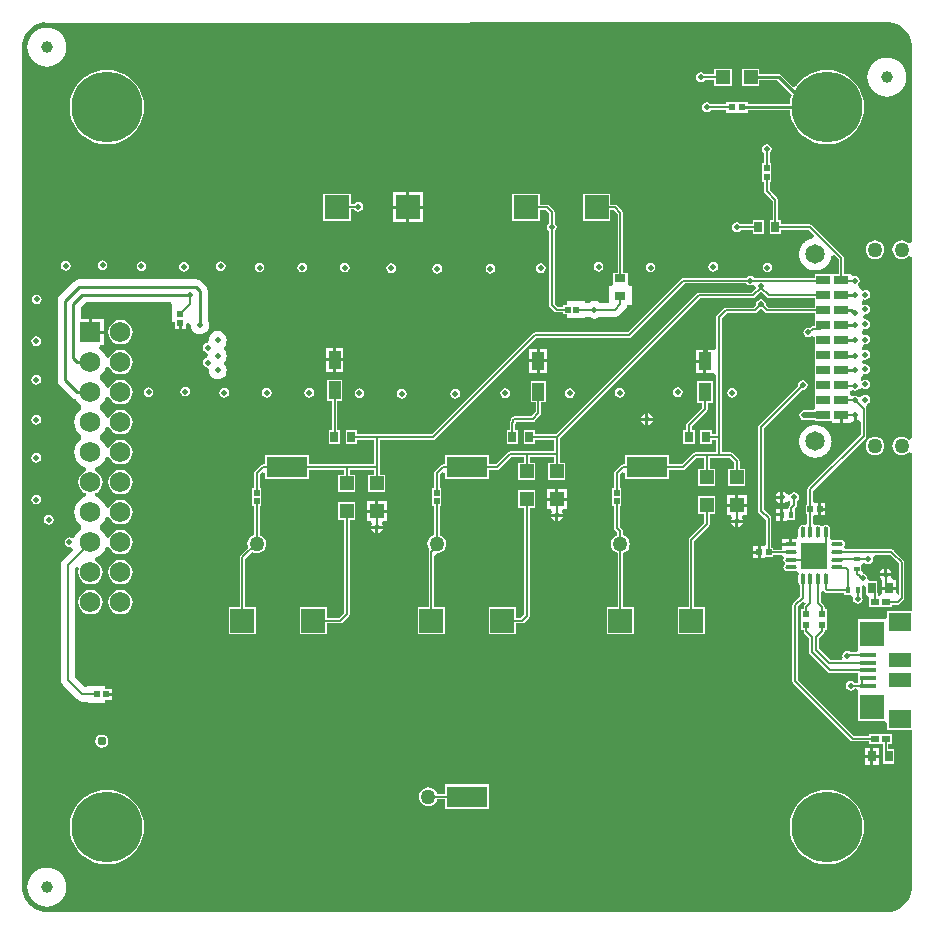
<source format=gtl>
G04*
G04 #@! TF.GenerationSoftware,Altium Limited,Altium Designer,24.1.2 (44)*
G04*
G04 Layer_Physical_Order=1*
G04 Layer_Color=255*
%FSLAX44Y44*%
%MOMM*%
G71*
G04*
G04 #@! TF.SameCoordinates,4D670051-7F49-4B36-91F3-1F1B1C4DC3BF*
G04*
G04*
G04 #@! TF.FilePolarity,Positive*
G04*
G01*
G75*
%ADD11C,0.2540*%
%ADD19R,1.1430X0.7366*%
%ADD20R,1.1500X1.1500*%
%ADD21R,0.6500X0.9000*%
%ADD22R,1.0000X1.5000*%
%ADD23R,3.4300X1.7800*%
%ADD24R,1.9000X1.2000*%
%ADD25R,1.9000X1.6000*%
%ADD26R,2.0000X2.1000*%
%ADD27R,1.3500X0.4000*%
%ADD28R,0.9500X0.4000*%
G04:AMPARAMS|DCode=29|XSize=0.95mm|YSize=0.4mm|CornerRadius=0.2mm|HoleSize=0mm|Usage=FLASHONLY|Rotation=0.000|XOffset=0mm|YOffset=0mm|HoleType=Round|Shape=RoundedRectangle|*
%AMROUNDEDRECTD29*
21,1,0.9500,0.0000,0,0,0.0*
21,1,0.5500,0.4000,0,0,0.0*
1,1,0.4000,0.2750,0.0000*
1,1,0.4000,-0.2750,0.0000*
1,1,0.4000,-0.2750,0.0000*
1,1,0.4000,0.2750,0.0000*
%
%ADD29ROUNDEDRECTD29*%
G04:AMPARAMS|DCode=30|XSize=0.4mm|YSize=0.95mm|CornerRadius=0.2mm|HoleSize=0mm|Usage=FLASHONLY|Rotation=0.000|XOffset=0mm|YOffset=0mm|HoleType=Round|Shape=RoundedRectangle|*
%AMROUNDEDRECTD30*
21,1,0.4000,0.5500,0,0,0.0*
21,1,0.0000,0.9500,0,0,0.0*
1,1,0.4000,0.0000,-0.2750*
1,1,0.4000,0.0000,-0.2750*
1,1,0.4000,0.0000,0.2750*
1,1,0.4000,0.0000,0.2750*
%
%ADD30ROUNDEDRECTD30*%
%ADD31R,2.3000X2.3000*%
%ADD32R,0.4000X0.5000*%
%ADD33R,0.4725X0.4682*%
%ADD34R,0.5725X0.5682*%
%ADD35R,0.4725X0.5393*%
%ADD36R,2.0000X2.0000*%
%ADD37R,0.7000X0.5000*%
%ADD38R,0.6200X0.6200*%
%ADD39R,0.5393X0.4725*%
%ADD40R,1.1500X1.1500*%
%ADD41R,0.9000X0.6500*%
%ADD42R,0.5000X0.4000*%
%ADD43R,0.4682X0.4725*%
%ADD60C,1.7400*%
%ADD61R,1.7400X1.7400*%
%ADD62C,1.6510*%
%ADD64C,0.1524*%
%ADD65C,1.0000*%
%ADD66C,0.2390*%
%ADD67C,0.5000*%
%ADD68C,0.1575*%
%ADD69C,0.7874*%
%ADD70C,1.2700*%
%ADD71C,6.0000*%
%ADD72C,0.5080*%
G36*
X361684Y375658D02*
X365481Y374085D01*
X368897Y371803D01*
X371803Y368897D01*
X374085Y365481D01*
X375658Y361684D01*
X376459Y357654D01*
Y355500D01*
X376459Y190359D01*
X373919Y189497D01*
X373784Y189674D01*
X372139Y190936D01*
X370224Y191729D01*
X368168Y192000D01*
X366113Y191729D01*
X364197Y190936D01*
X362552Y189674D01*
X361290Y188029D01*
X360497Y186113D01*
X360226Y184058D01*
X360497Y182003D01*
X361290Y180087D01*
X362552Y178442D01*
X364197Y177180D01*
X366113Y176387D01*
X368168Y176116D01*
X370224Y176387D01*
X372139Y177180D01*
X373784Y178442D01*
X373919Y178619D01*
X376459Y177757D01*
X376459Y24243D01*
X373919Y23381D01*
X373784Y23558D01*
X372139Y24820D01*
X370224Y25613D01*
X368168Y25884D01*
X366113Y25613D01*
X364197Y24820D01*
X362552Y23558D01*
X361290Y21913D01*
X360497Y19998D01*
X360226Y17942D01*
X360497Y15886D01*
X361290Y13971D01*
X362552Y12326D01*
X364197Y11064D01*
X366113Y10271D01*
X368168Y10000D01*
X370224Y10271D01*
X372139Y11064D01*
X373784Y12326D01*
X373919Y12503D01*
X376459Y11641D01*
X376459Y-121476D01*
X355351D01*
Y-126830D01*
X354399Y-128976D01*
X352811Y-128976D01*
X331351D01*
Y-152936D01*
X331351Y-153024D01*
Y-155476D01*
X329372Y-156919D01*
X325163D01*
X324930Y-156570D01*
X323586Y-155672D01*
X322000Y-155356D01*
X320414Y-155672D01*
X319070Y-156570D01*
X318172Y-157914D01*
X317856Y-159500D01*
X318081Y-160629D01*
X317194Y-162310D01*
X316509Y-163169D01*
X307465D01*
X297831Y-153535D01*
Y-144965D01*
X302255Y-140541D01*
X302760Y-139785D01*
X302938Y-138893D01*
Y-137886D01*
X304886D01*
X304886Y-129157D01*
X304886Y-126617D01*
Y-120114D01*
X302831D01*
Y-118500D01*
X302653Y-117608D01*
X302148Y-116852D01*
X299581Y-114285D01*
Y-105567D01*
X301782Y-104772D01*
X302121Y-104757D01*
X303152Y-105788D01*
X303908Y-106293D01*
X304800Y-106471D01*
X319476D01*
Y-108024D01*
X325380Y-108024D01*
X326097Y-108780D01*
X327088Y-110327D01*
X327076Y-110398D01*
X326856Y-111500D01*
X327172Y-113086D01*
X328070Y-114430D01*
X329414Y-115328D01*
X331000Y-115644D01*
X332586Y-115328D01*
X333930Y-114430D01*
X334828Y-113086D01*
X335144Y-111500D01*
X334925Y-110398D01*
X334524Y-108024D01*
X334524Y-108024D01*
Y-100631D01*
X334547Y-100511D01*
X335436Y-99977D01*
X337785Y-101199D01*
X337976Y-101481D01*
Y-108524D01*
X338537D01*
X340476Y-109976D01*
Y-118024D01*
X359524D01*
Y-116331D01*
X365169D01*
X366061Y-116153D01*
X366817Y-115648D01*
X369648Y-112817D01*
X370153Y-112061D01*
X370331Y-111169D01*
Y-80278D01*
X370153Y-79386D01*
X369648Y-78630D01*
X363512Y-72494D01*
X361717Y-70699D01*
X361738Y-70677D01*
X361738Y-70677D01*
X361738Y-70677D01*
X361502Y-70463D01*
X361270Y-70252D01*
X360769Y-69917D01*
X360769Y-69917D01*
X360515Y-69747D01*
X360514Y-69746D01*
X360066Y-69658D01*
X360066Y-69657D01*
X359622Y-69569D01*
X320675D01*
X320544Y-69427D01*
X319549Y-67029D01*
X319820Y-66625D01*
X320093Y-65250D01*
X319820Y-63875D01*
X319041Y-62709D01*
X317875Y-61930D01*
X316500Y-61657D01*
X311000D01*
X309625Y-61930D01*
X309562Y-61972D01*
X308823Y-61973D01*
X307027Y-60177D01*
X307028Y-59437D01*
X307069Y-59375D01*
X307343Y-58000D01*
Y-52500D01*
X307069Y-51125D01*
X306291Y-49959D01*
X305125Y-49180D01*
X303750Y-48907D01*
X302375Y-49180D01*
X301209Y-49959D01*
X299791D01*
X298625Y-49180D01*
X297250Y-48907D01*
X295875Y-49180D01*
X295840Y-49204D01*
X295420Y-49328D01*
X293021Y-48263D01*
Y-42688D01*
X293781Y-40462D01*
X297391D01*
Y-35560D01*
Y-30658D01*
X293781D01*
X292949Y-28462D01*
Y-19847D01*
X337648Y24852D01*
X338153Y25608D01*
X338331Y26500D01*
Y49500D01*
X338153Y50392D01*
X338151Y50396D01*
X338799Y52768D01*
X339070Y53149D01*
X339164Y53224D01*
X340430Y54070D01*
X341328Y55414D01*
X341644Y57000D01*
X341328Y58586D01*
X340430Y59930D01*
X339086Y60828D01*
X337500Y61144D01*
X335914Y60828D01*
X334570Y59930D01*
X332007Y59445D01*
X331573Y59668D01*
X330586Y60328D01*
X329000Y60644D01*
X327414Y60328D01*
X326893Y59980D01*
X324392Y61067D01*
X324353Y61105D01*
X324353Y61757D01*
Y64043D01*
X324353Y64395D01*
X324392Y64433D01*
X326893Y65520D01*
X327414Y65172D01*
X329000Y64856D01*
X330586Y65172D01*
X331930Y66070D01*
X332057Y66260D01*
X334246Y66966D01*
X335158Y66677D01*
X335914Y66172D01*
X337500Y65856D01*
X339086Y66172D01*
X340430Y67070D01*
X341328Y68414D01*
X341644Y70000D01*
X341328Y71586D01*
X340430Y72930D01*
X339086Y73828D01*
X337500Y74144D01*
X335914Y73828D01*
X334570Y72930D01*
X333306Y73480D01*
X333472Y76210D01*
X333935Y76565D01*
X335156Y78157D01*
X335528Y79054D01*
X335914Y79172D01*
X337500Y78856D01*
X339086Y79172D01*
X340430Y80070D01*
X341328Y81414D01*
X341644Y83000D01*
X341328Y84586D01*
X340430Y85930D01*
X339086Y86828D01*
X337500Y87144D01*
X336251Y86895D01*
X335584Y87308D01*
X334772Y90156D01*
X335156Y90657D01*
X335291Y90983D01*
X335914Y91172D01*
X337500Y90856D01*
X339086Y91172D01*
X340430Y92070D01*
X341328Y93414D01*
X341644Y95000D01*
X341328Y96586D01*
X340430Y97930D01*
X339086Y98828D01*
X337500Y99144D01*
X336029Y98851D01*
X335422Y99313D01*
X334697Y100027D01*
X334966Y102816D01*
X336574Y104041D01*
X337500Y103856D01*
X339086Y104172D01*
X340430Y105070D01*
X341328Y106414D01*
X341644Y108000D01*
X341328Y109586D01*
X340430Y110930D01*
X339086Y111828D01*
X337500Y112144D01*
X335914Y111828D01*
X334179Y113723D01*
X334171Y113750D01*
X334693Y115554D01*
X335156Y116157D01*
X335528Y117055D01*
X335914Y117172D01*
X337500Y116856D01*
X339086Y117172D01*
X340430Y118070D01*
X341328Y119414D01*
X341644Y121000D01*
X341328Y122586D01*
X340430Y123930D01*
X339086Y124828D01*
X337500Y125144D01*
X337142Y125072D01*
X336462Y125615D01*
X335432Y127322D01*
X335924Y128511D01*
X337190Y129418D01*
X337500Y129356D01*
X339086Y129672D01*
X340430Y130570D01*
X341328Y131914D01*
X341644Y133500D01*
X341328Y135086D01*
X340430Y136430D01*
X339086Y137328D01*
X337500Y137644D01*
X335914Y137328D01*
X335599Y137118D01*
X334793Y137522D01*
X334422Y138620D01*
X334290Y140528D01*
X335156Y141657D01*
X335291Y141983D01*
X335914Y142172D01*
X337500Y141856D01*
X339086Y142172D01*
X340430Y143070D01*
X341328Y144414D01*
X341644Y146000D01*
X341328Y147586D01*
X340430Y148930D01*
X339086Y149828D01*
X337500Y150144D01*
X335914Y149828D01*
X335178Y149336D01*
X335156Y149343D01*
X333935Y150935D01*
X332343Y152156D01*
X331909Y152336D01*
X331451Y154952D01*
X331542Y155237D01*
X332328Y156414D01*
X332644Y158000D01*
X332328Y159586D01*
X331430Y160930D01*
X330086Y161828D01*
X328500Y162144D01*
X326914Y161828D01*
X326893Y161814D01*
X324353Y163172D01*
Y163357D01*
X319331D01*
Y177030D01*
X319153Y177922D01*
X318648Y178678D01*
X292478Y204848D01*
X291722Y205353D01*
X290830Y205531D01*
X266024D01*
Y209224D01*
X263581D01*
Y226430D01*
X263403Y227322D01*
X262898Y228078D01*
X256331Y234645D01*
Y241614D01*
X257886D01*
Y248945D01*
Y257386D01*
X256331D01*
Y265910D01*
X256930Y266310D01*
X257828Y267654D01*
X258144Y269240D01*
X257828Y270826D01*
X256930Y272170D01*
X255586Y273068D01*
X254000Y273384D01*
X252414Y273068D01*
X251070Y272170D01*
X250172Y270826D01*
X249856Y269240D01*
X250172Y267654D01*
X251070Y266310D01*
X251669Y265910D01*
Y257386D01*
X250114D01*
Y248945D01*
Y241614D01*
X251669D01*
Y233680D01*
X251847Y232788D01*
X252352Y232032D01*
X258919Y225465D01*
Y209224D01*
X256476D01*
Y197176D01*
X266024D01*
Y200869D01*
X289865D01*
X294246Y196488D01*
X294241Y195912D01*
X293088Y193833D01*
X292620Y193759D01*
X292591Y193741D01*
X292557Y193747D01*
X292092Y193655D01*
X292063Y193636D01*
X292029Y193641D01*
X291568Y193530D01*
X291540Y193510D01*
X291505Y193514D01*
X291049Y193385D01*
X291022Y193364D01*
X290987Y193367D01*
X290536Y193220D01*
X290510Y193198D01*
X290475Y193199D01*
X290031Y193035D01*
X290005Y193011D01*
X289970D01*
X289533Y192830D01*
X289508Y192805D01*
X289473Y192804D01*
X289043Y192606D01*
X289019Y192580D01*
X288985Y192577D01*
X288563Y192362D01*
X288540Y192336D01*
X288505Y192332D01*
X288092Y192100D01*
X288070Y192073D01*
X288036Y192067D01*
X287632Y191820D01*
X287612Y191792D01*
X287577Y191785D01*
X287183Y191522D01*
X287164Y191493D01*
X287130Y191485D01*
X286747Y191206D01*
X286729Y191176D01*
X286695Y191167D01*
X286323Y190874D01*
X286306Y190843D01*
X286273Y190833D01*
X285913Y190525D01*
X285897Y190494D01*
X285864Y190482D01*
X285516Y190160D01*
X285502Y190128D01*
X285470Y190115D01*
X285135Y189780D01*
X285121Y189748D01*
X285090Y189734D01*
X284768Y189386D01*
X284756Y189353D01*
X284725Y189337D01*
X284417Y188977D01*
X284407Y188944D01*
X284376Y188927D01*
X284083Y188555D01*
X284074Y188521D01*
X284044Y188503D01*
X283765Y188120D01*
X283757Y188086D01*
X283728Y188067D01*
X283465Y187673D01*
X283458Y187638D01*
X283430Y187618D01*
X283183Y187214D01*
X283177Y187180D01*
X283150Y187158D01*
X282918Y186745D01*
X282914Y186710D01*
X282888Y186687D01*
X282673Y186265D01*
X282670Y186231D01*
X282644Y186207D01*
X282446Y185777D01*
X282444Y185742D01*
X282420Y185717D01*
X282239Y185279D01*
Y185245D01*
X282215Y185219D01*
X282051Y184775D01*
X282052Y184740D01*
X282030Y184713D01*
X281883Y184263D01*
X281886Y184228D01*
X281864Y184201D01*
X281736Y183745D01*
X281740Y183710D01*
X281720Y183682D01*
X281609Y183221D01*
X281614Y183187D01*
X281595Y183158D01*
X281503Y182693D01*
X281509Y182659D01*
X281491Y182630D01*
X281417Y182162D01*
X281425Y182128D01*
X281408Y182097D01*
X281353Y181627D01*
X281362Y181593D01*
X281346Y181562D01*
X281309Y181090D01*
X281320Y181057D01*
X281305Y181025D01*
X281287Y180552D01*
X281299Y180519D01*
X281285Y180487D01*
Y180013D01*
X281299Y179981D01*
X281287Y179948D01*
X281305Y179475D01*
X281320Y179443D01*
X281309Y179410D01*
X281346Y178938D01*
X281362Y178907D01*
X281353Y178873D01*
X281408Y178403D01*
X281425Y178372D01*
X281417Y178339D01*
X281491Y177871D01*
X281509Y177841D01*
X281503Y177807D01*
X281595Y177342D01*
X281614Y177313D01*
X281609Y177279D01*
X281720Y176818D01*
X281740Y176790D01*
X281736Y176755D01*
X281864Y176299D01*
X281886Y176272D01*
X281883Y176237D01*
X282030Y175787D01*
X282052Y175760D01*
X282051Y175725D01*
X282215Y175281D01*
X282239Y175255D01*
Y175221D01*
X282420Y174783D01*
X282444Y174758D01*
X282446Y174723D01*
X282644Y174293D01*
X282670Y174270D01*
X282673Y174235D01*
X282888Y173813D01*
X282914Y173790D01*
X282918Y173755D01*
X283150Y173342D01*
X283177Y173321D01*
X283183Y173286D01*
X283430Y172882D01*
X283458Y172862D01*
X283465Y172827D01*
X283728Y172434D01*
X283757Y172414D01*
X283765Y172381D01*
X284044Y171997D01*
X284074Y171979D01*
X284083Y171945D01*
X284376Y171573D01*
X284407Y171556D01*
X284417Y171523D01*
X284725Y171163D01*
X284756Y171147D01*
X284768Y171115D01*
X285090Y170767D01*
X285121Y170752D01*
X285135Y170720D01*
X285470Y170385D01*
X285502Y170371D01*
X285516Y170340D01*
X285864Y170018D01*
X285897Y170006D01*
X285913Y169975D01*
X286273Y169667D01*
X286306Y169657D01*
X286323Y169627D01*
X286695Y169333D01*
X286729Y169324D01*
X286747Y169294D01*
X287130Y169015D01*
X287164Y169007D01*
X287183Y168978D01*
X287577Y168715D01*
X287612Y168708D01*
X287632Y168680D01*
X288036Y168433D01*
X288070Y168427D01*
X288092Y168400D01*
X288505Y168168D01*
X288540Y168164D01*
X288563Y168138D01*
X288985Y167923D01*
X289019Y167920D01*
X289043Y167894D01*
X289473Y167696D01*
X289508Y167695D01*
X289533Y167670D01*
X289970Y167489D01*
X290005D01*
X290031Y167465D01*
X290475Y167301D01*
X290510Y167302D01*
X290536Y167280D01*
X290987Y167134D01*
X291022Y167136D01*
X291049Y167115D01*
X291505Y166986D01*
X291540Y166990D01*
X291568Y166970D01*
X292029Y166859D01*
X292063Y166864D01*
X292092Y166845D01*
X292557Y166753D01*
X292591Y166759D01*
X292620Y166741D01*
X293088Y166667D01*
X293122Y166675D01*
X293153Y166658D01*
X293623Y166603D01*
X293657Y166612D01*
X293688Y166596D01*
X294160Y166559D01*
X294193Y166570D01*
X294225Y166555D01*
X294698Y166537D01*
X294731Y166549D01*
X294763Y166535D01*
X295237D01*
X295269Y166549D01*
X295302Y166537D01*
X295775Y166555D01*
X295807Y166570D01*
X295840Y166559D01*
X296312Y166596D01*
X296343Y166612D01*
X296376Y166603D01*
X296847Y166658D01*
X296877Y166675D01*
X296911Y166667D01*
X297379Y166741D01*
X297409Y166759D01*
X297443Y166753D01*
X297908Y166845D01*
X297937Y166864D01*
X297971Y166859D01*
X298432Y166970D01*
X298460Y166990D01*
X298495Y166986D01*
X298951Y167115D01*
X298978Y167136D01*
X299013Y167134D01*
X299463Y167280D01*
X299490Y167302D01*
X299524Y167301D01*
X299969Y167465D01*
X299995Y167489D01*
X300029D01*
X300467Y167670D01*
X300492Y167695D01*
X300527Y167696D01*
X300957Y167894D01*
X300980Y167920D01*
X301015Y167923D01*
X301437Y168138D01*
X301460Y168164D01*
X301494Y168168D01*
X301908Y168400D01*
X301929Y168427D01*
X301964Y168433D01*
X302368Y168680D01*
X302388Y168708D01*
X302422Y168715D01*
X302816Y168978D01*
X302836Y169007D01*
X302869Y169015D01*
X303253Y169294D01*
X303271Y169324D01*
X303305Y169333D01*
X303677Y169627D01*
X303694Y169657D01*
X303727Y169667D01*
X304087Y169975D01*
X304103Y170006D01*
X304135Y170018D01*
X304483Y170340D01*
X304498Y170371D01*
X304530Y170385D01*
X304865Y170720D01*
X304878Y170752D01*
X304910Y170767D01*
X305232Y171115D01*
X305244Y171147D01*
X305275Y171163D01*
X305582Y171523D01*
X305593Y171556D01*
X305623Y171573D01*
X305917Y171945D01*
X305926Y171979D01*
X305956Y171997D01*
X306234Y172381D01*
X306243Y172414D01*
X306271Y172434D01*
X306535Y172827D01*
X306542Y172862D01*
X306570Y172882D01*
X306817Y173286D01*
X306823Y173321D01*
X306850Y173342D01*
X307082Y173755D01*
X307086Y173790D01*
X307112Y173813D01*
X307327Y174235D01*
X307330Y174270D01*
X307355Y174293D01*
X307554Y174723D01*
X307555Y174758D01*
X307580Y174783D01*
X307761Y175221D01*
Y175255D01*
X307785Y175281D01*
X307949Y175725D01*
X307947Y175760D01*
X307970Y175787D01*
X308116Y176237D01*
X308114Y176272D01*
X308135Y176299D01*
X308264Y176755D01*
X308260Y176790D01*
X308280Y176818D01*
X308391Y177279D01*
X308385Y177313D01*
X308405Y177342D01*
X308497Y177807D01*
X308490Y177841D01*
X308509Y177871D01*
X308583Y178339D01*
X310662Y179492D01*
X311237Y179496D01*
X314669Y176064D01*
Y163357D01*
X309875D01*
Y163357D01*
X309113D01*
Y163357D01*
X294635D01*
Y160331D01*
X243330D01*
X242930Y160930D01*
X241586Y161828D01*
X240000Y162144D01*
X238414Y161828D01*
X237070Y160930D01*
X236670Y160331D01*
X183400D01*
X182508Y160153D01*
X181752Y159648D01*
X136195Y114091D01*
X57760D01*
X56868Y113913D01*
X56112Y113408D01*
X-29565Y27731D01*
X-92976D01*
Y31524D01*
X-102524D01*
Y19476D01*
X-92976D01*
Y23069D01*
X-78531D01*
Y2331D01*
X-133726D01*
Y10424D01*
X-171074D01*
Y2331D01*
X-172720D01*
X-173612Y2153D01*
X-174368Y1648D01*
X-179448Y-3432D01*
X-179953Y-4188D01*
X-180131Y-5080D01*
Y-17514D01*
X-181686D01*
Y-25955D01*
Y-33286D01*
X-180131D01*
Y-57360D01*
X-181971Y-58122D01*
X-183616Y-59384D01*
X-184878Y-61029D01*
X-185671Y-62944D01*
X-185942Y-65000D01*
X-185671Y-67056D01*
X-185138Y-68342D01*
X-191648Y-74852D01*
X-192153Y-75608D01*
X-192331Y-76500D01*
Y-118476D01*
X-201524D01*
Y-141524D01*
X-178476D01*
Y-118476D01*
X-187669D01*
Y-77465D01*
X-182034Y-71830D01*
X-181971Y-71878D01*
X-180056Y-72671D01*
X-178000Y-72942D01*
X-175944Y-72671D01*
X-174029Y-71878D01*
X-172384Y-70616D01*
X-171122Y-68971D01*
X-170329Y-67056D01*
X-170058Y-65000D01*
X-170329Y-62944D01*
X-171122Y-61029D01*
X-172384Y-59384D01*
X-174029Y-58122D01*
X-175469Y-57526D01*
Y-33286D01*
X-173914D01*
Y-25955D01*
Y-17514D01*
X-175469D01*
Y-6045D01*
X-173614Y-4190D01*
X-171074Y-5242D01*
Y-10424D01*
X-133726D01*
Y-2331D01*
X-103931D01*
Y-6376D01*
X-108874D01*
Y-20924D01*
X-94326D01*
Y-6376D01*
X-99269D01*
Y-2331D01*
X-78531D01*
Y-6376D01*
X-83474D01*
Y-20924D01*
X-68926D01*
Y-6376D01*
X-73869D01*
Y0D01*
Y23069D01*
X-28600D01*
X-27708Y23247D01*
X-26952Y23752D01*
X58725Y109429D01*
X137160D01*
X138052Y109607D01*
X138808Y110112D01*
X184365Y155669D01*
X236670D01*
X237070Y155070D01*
X238414Y154172D01*
X240000Y153856D01*
X241586Y154172D01*
X241868Y154360D01*
X244346Y153661D01*
X244973Y151269D01*
X241485Y147781D01*
X196250D01*
X195358Y147603D01*
X194602Y147098D01*
X75235Y27731D01*
X57744D01*
Y31424D01*
X48196D01*
Y19376D01*
X57744D01*
Y23069D01*
X73869D01*
Y13286D01*
X36355D01*
X35463Y13108D01*
X34707Y12603D01*
X24435Y2331D01*
X18674D01*
Y10424D01*
X-18674D01*
Y2331D01*
X-20320D01*
X-21212Y2153D01*
X-21968Y1648D01*
X-27048Y-3432D01*
X-27553Y-4188D01*
X-27731Y-5080D01*
Y-17514D01*
X-29286D01*
Y-25955D01*
Y-33286D01*
X-27731D01*
Y-57401D01*
X-29471Y-58122D01*
X-31116Y-59384D01*
X-32378Y-61029D01*
X-33171Y-62944D01*
X-33442Y-65000D01*
X-33171Y-67056D01*
X-32378Y-68971D01*
X-31691Y-69866D01*
X-32153Y-70559D01*
X-32331Y-71451D01*
Y-118476D01*
X-41524D01*
Y-141524D01*
X-18476D01*
Y-118476D01*
X-27669D01*
Y-75218D01*
X-25500Y-72942D01*
X-23444Y-72671D01*
X-21529Y-71878D01*
X-19884Y-70616D01*
X-18622Y-68971D01*
X-17829Y-67056D01*
X-17558Y-65000D01*
X-17829Y-62944D01*
X-18622Y-61029D01*
X-19884Y-59384D01*
X-21529Y-58122D01*
X-23069Y-57484D01*
Y-33286D01*
X-21514D01*
Y-25955D01*
Y-17514D01*
X-23069D01*
Y-6045D01*
X-21214Y-4190D01*
X-18674Y-5242D01*
Y-10424D01*
X18674D01*
Y-2331D01*
X25400D01*
X26292Y-2153D01*
X27048Y-1648D01*
X37320Y8624D01*
X48469D01*
Y3784D01*
X43526D01*
Y-10764D01*
X58074D01*
Y3784D01*
X53131D01*
Y8624D01*
X73869D01*
Y3784D01*
X68926D01*
Y-10764D01*
X83474D01*
Y3784D01*
X78531D01*
Y10955D01*
Y24435D01*
X197215Y143119D01*
X242450D01*
X243342Y143297D01*
X244098Y143802D01*
X249000Y148704D01*
X253902Y143802D01*
X254658Y143297D01*
X255550Y143119D01*
X294635D01*
Y140243D01*
X294635D01*
Y137957D01*
X294635D01*
Y135081D01*
X255215D01*
X253003Y137293D01*
X253144Y138000D01*
X252828Y139586D01*
X251930Y140930D01*
X250586Y141828D01*
X249000Y142144D01*
X247414Y141828D01*
X246070Y140930D01*
X245172Y139586D01*
X244856Y138000D01*
X244997Y137293D01*
X242785Y135081D01*
X219110D01*
X218218Y134903D01*
X217462Y134398D01*
X211712Y128648D01*
X211207Y127892D01*
X211029Y127000D01*
Y100870D01*
X209040Y99540D01*
X208489Y99540D01*
X202770D01*
Y89500D01*
Y79460D01*
X208489D01*
X209040Y79460D01*
X211029Y78130D01*
Y27731D01*
X207234D01*
Y31424D01*
X197686D01*
Y19376D01*
X207234D01*
Y23069D01*
X211029D01*
Y12491D01*
X193040D01*
X192148Y12313D01*
X191392Y11808D01*
X181915Y2331D01*
X171074D01*
Y10424D01*
X133726D01*
Y2331D01*
X132080D01*
X131188Y2153D01*
X130432Y1648D01*
X125352Y-3432D01*
X124847Y-4188D01*
X124669Y-5080D01*
Y-17514D01*
X123114D01*
Y-25955D01*
Y-33286D01*
X124669D01*
Y-51500D01*
X124847Y-52392D01*
X125352Y-53148D01*
X127300Y-55096D01*
X126990Y-57724D01*
X126029Y-58122D01*
X124384Y-59384D01*
X123122Y-61029D01*
X122329Y-62944D01*
X122058Y-65000D01*
X122329Y-67056D01*
X123122Y-68971D01*
X124384Y-70616D01*
X126029Y-71878D01*
X127669Y-72557D01*
Y-118476D01*
X118476D01*
Y-141524D01*
X141524D01*
Y-118476D01*
X132331D01*
Y-72557D01*
X133971Y-71878D01*
X135616Y-70616D01*
X136878Y-68971D01*
X137671Y-67056D01*
X137942Y-65000D01*
X137671Y-62944D01*
X136878Y-61029D01*
X135616Y-59384D01*
X133971Y-58122D01*
X132331Y-57443D01*
Y-54500D01*
X132153Y-53608D01*
X131648Y-52852D01*
X129331Y-50535D01*
Y-33286D01*
X130886D01*
Y-25955D01*
Y-17514D01*
X129331D01*
Y-6045D01*
X131186Y-4190D01*
X133726Y-5242D01*
Y-10424D01*
X171074D01*
Y-2331D01*
X182880D01*
X183772Y-2153D01*
X184528Y-1648D01*
X194006Y7829D01*
X200869D01*
Y-1296D01*
X195926D01*
Y-15844D01*
X210474D01*
Y-1296D01*
X205531D01*
Y7829D01*
X222555D01*
X226269Y4115D01*
Y-1296D01*
X221326D01*
Y-15844D01*
X235874D01*
Y-1296D01*
X230931D01*
Y5080D01*
X230753Y5972D01*
X230248Y6728D01*
X225168Y11808D01*
X224412Y12313D01*
X223520Y12491D01*
X215691D01*
Y25400D01*
Y126035D01*
X220075Y130419D01*
X243750D01*
X244642Y130597D01*
X245398Y131102D01*
X248293Y133997D01*
X249000Y133856D01*
X249707Y133997D01*
X252602Y131102D01*
X253358Y130597D01*
X254250Y130419D01*
X294635D01*
Y127543D01*
X294635D01*
Y125257D01*
X294635D01*
Y119460D01*
X293055D01*
X292163Y119282D01*
X291407Y118777D01*
X290479Y117849D01*
X289000Y118144D01*
X287414Y117828D01*
X286070Y116930D01*
X285172Y115586D01*
X284856Y114000D01*
X285172Y112414D01*
X286070Y111070D01*
X287414Y110172D01*
X289000Y109856D01*
X290586Y110172D01*
X291930Y111070D01*
X292095Y111317D01*
X294635Y110546D01*
Y102143D01*
X294635D01*
Y99857D01*
X294635D01*
Y89443D01*
X294635D01*
Y87157D01*
X294635D01*
Y76743D01*
X294635D01*
Y74457D01*
X294635D01*
Y64297D01*
X294635Y64043D01*
Y61757D01*
X294635Y61503D01*
Y51597D01*
X294635Y51343D01*
Y49057D01*
X292385Y48103D01*
X285705D01*
X285500Y48144D01*
X283914Y47828D01*
X282570Y46930D01*
X281672Y45586D01*
X281356Y44000D01*
X281672Y42414D01*
X282570Y41070D01*
X283914Y40172D01*
X285500Y39856D01*
X285705Y39897D01*
X294635D01*
Y38643D01*
X308859D01*
Y37627D01*
X315844D01*
Y43850D01*
X318384D01*
Y37627D01*
X325369D01*
Y37994D01*
X327730Y39429D01*
Y44500D01*
X330270D01*
Y39573D01*
X330982Y39715D01*
X331129Y39813D01*
X333669Y38455D01*
Y27465D01*
X288970Y-17233D01*
X288465Y-17989D01*
X288288Y-18881D01*
Y-31674D01*
X286754D01*
Y-39446D01*
X288359D01*
Y-48083D01*
X285819Y-49310D01*
X285625Y-49180D01*
X284250Y-48907D01*
X282875Y-49180D01*
X281709Y-49959D01*
X280931Y-51125D01*
X280657Y-52500D01*
Y-58000D01*
X280691Y-58170D01*
X279141Y-60498D01*
X278803Y-60710D01*
X275520D01*
Y-65250D01*
X274250D01*
Y-66520D01*
X266960D01*
Y-69759D01*
X259386D01*
Y-68114D01*
X257831D01*
Y-43410D01*
X257653Y-42518D01*
X257148Y-41762D01*
X251251Y-35865D01*
Y32955D01*
X283793Y65497D01*
X284500Y65356D01*
X286086Y65672D01*
X287430Y66570D01*
X288328Y67914D01*
X288644Y69500D01*
X288328Y71086D01*
X287430Y72430D01*
X286086Y73328D01*
X284500Y73644D01*
X282914Y73328D01*
X281570Y72430D01*
X280672Y71086D01*
X280356Y69500D01*
X280497Y68793D01*
X247272Y35568D01*
X246767Y34812D01*
X246589Y33920D01*
Y-36830D01*
X246767Y-37722D01*
X247272Y-38478D01*
X253169Y-44375D01*
Y-64893D01*
X252359Y-67098D01*
X248748D01*
Y-72000D01*
Y-76902D01*
X252359D01*
Y-75886D01*
X259386D01*
Y-74421D01*
X266765D01*
X268176Y-76866D01*
X268163Y-76961D01*
X267907Y-78250D01*
X268181Y-79625D01*
X268959Y-80791D01*
Y-82209D01*
X268181Y-83375D01*
X267907Y-84750D01*
X268181Y-86125D01*
X268959Y-87291D01*
X270125Y-88069D01*
X271500Y-88343D01*
X277000D01*
X278375Y-88069D01*
X278438Y-88028D01*
X279177Y-88027D01*
X280973Y-89823D01*
X280972Y-90562D01*
X280931Y-90625D01*
X280657Y-92000D01*
Y-97500D01*
X280931Y-98875D01*
X281709Y-100041D01*
X281919Y-100181D01*
Y-109785D01*
X276352Y-115352D01*
X275847Y-116108D01*
X275669Y-117000D01*
Y-181000D01*
X275847Y-181892D01*
X276352Y-182648D01*
X325222Y-231518D01*
X325978Y-232023D01*
X326870Y-232201D01*
X340476D01*
Y-234024D01*
X352169D01*
Y-242250D01*
X352347Y-243142D01*
X352476Y-243335D01*
Y-251024D01*
X362024D01*
Y-238976D01*
X356831D01*
Y-234024D01*
X359524D01*
Y-225976D01*
X340476D01*
Y-227539D01*
X327836D01*
X280331Y-180035D01*
Y-117965D01*
X284256Y-114041D01*
X287062Y-114826D01*
X287222Y-115482D01*
X285852Y-116852D01*
X285347Y-117608D01*
X285169Y-118500D01*
Y-120114D01*
X283114D01*
X283114Y-128843D01*
X283114Y-131383D01*
Y-137886D01*
X285169D01*
Y-139000D01*
X285347Y-139892D01*
X285852Y-140648D01*
X289669Y-144465D01*
Y-156500D01*
X289847Y-157392D01*
X290352Y-158148D01*
X305852Y-173648D01*
X306608Y-174153D01*
X307500Y-174331D01*
X331351D01*
Y-182669D01*
X328474D01*
X328074Y-182070D01*
X326729Y-181172D01*
X325144Y-180856D01*
X323558Y-181172D01*
X322214Y-182070D01*
X321315Y-183414D01*
X321000Y-185000D01*
X321315Y-186586D01*
X322214Y-187930D01*
X323558Y-188828D01*
X325144Y-189144D01*
X326729Y-188828D01*
X328074Y-187930D01*
X328474Y-187331D01*
X329269D01*
X331351Y-188524D01*
Y-190976D01*
X331351Y-191064D01*
Y-215024D01*
X352811D01*
X354399Y-215024D01*
X355351Y-217170D01*
Y-222524D01*
X376459D01*
X376459Y-355000D01*
X376459Y-355001D01*
X376459Y-355001D01*
X376459Y-355601D01*
Y-357601D01*
X375699Y-361529D01*
X374206Y-365241D01*
X372034Y-368602D01*
X369263Y-371488D01*
X365994Y-373796D01*
X362346Y-375439D01*
X358452Y-376360D01*
X356454Y-376442D01*
X356381Y-376459D01*
X-357654D01*
X-361684Y-375658D01*
X-365481Y-374085D01*
X-368897Y-371803D01*
X-371803Y-368897D01*
X-374085Y-365481D01*
X-375658Y-361684D01*
X-376459Y-357654D01*
X-376460Y-355500D01*
X-376459Y355600D01*
Y357654D01*
X-375658Y361684D01*
X-374085Y365481D01*
X-371803Y368897D01*
X-368897Y371803D01*
X-365481Y374085D01*
X-361684Y375658D01*
X-357666Y376457D01*
X-355498Y376447D01*
X-355486Y376449D01*
X-355474Y376447D01*
X355600Y376459D01*
X357654D01*
X361684Y375658D01*
D02*
G37*
G36*
X365669Y-81243D02*
Y-108080D01*
X365580Y-108123D01*
X363040Y-106531D01*
Y-103770D01*
X357250D01*
X351460D01*
X351460Y-107409D01*
X348920Y-108748D01*
X347831Y-108003D01*
Y-106500D01*
X347653Y-105608D01*
X347524Y-105414D01*
Y-96476D01*
X341056D01*
X339144Y-94000D01*
X338828Y-92414D01*
X337930Y-91070D01*
X336586Y-90172D01*
X336318Y-90119D01*
X334964Y-89768D01*
X334024Y-87461D01*
Y-82476D01*
X334373Y-81690D01*
X335286Y-81415D01*
X337302Y-81201D01*
X338240Y-81828D01*
X339826Y-82144D01*
X341412Y-81828D01*
X342756Y-80930D01*
X343654Y-79586D01*
X343970Y-78000D01*
X343725Y-76771D01*
X344096Y-75810D01*
X345250Y-74231D01*
X358657D01*
X365669Y-81243D01*
D02*
G37*
%LPC*%
G36*
X-355600Y372204D02*
X-358839Y371885D01*
X-361954Y370940D01*
X-364825Y369406D01*
X-367341Y367341D01*
X-369406Y364825D01*
X-370940Y361954D01*
X-371885Y358839D01*
X-372204Y355600D01*
X-371885Y352361D01*
X-370940Y349246D01*
X-369406Y346375D01*
X-367341Y343859D01*
X-364825Y341794D01*
X-361954Y340260D01*
X-358839Y339315D01*
X-355600Y338996D01*
X-352361Y339315D01*
X-349246Y340260D01*
X-346375Y341794D01*
X-343859Y343859D01*
X-341794Y346375D01*
X-340260Y349246D01*
X-339315Y352361D01*
X-338996Y355600D01*
X-339315Y358839D01*
X-340260Y361954D01*
X-341794Y364825D01*
X-343859Y367341D01*
X-346375Y369406D01*
X-349246Y370940D01*
X-352361Y371885D01*
X-355600Y372204D01*
D02*
G37*
G36*
X224124Y337474D02*
X209576D01*
Y332531D01*
X201450D01*
X201050Y333130D01*
X199706Y334028D01*
X198120Y334344D01*
X196534Y334028D01*
X195190Y333130D01*
X194292Y331786D01*
X193976Y330200D01*
X194292Y328614D01*
X195190Y327270D01*
X196534Y326372D01*
X198120Y326056D01*
X199706Y326372D01*
X201050Y327270D01*
X201450Y327869D01*
X209576D01*
Y322926D01*
X224124D01*
Y337474D01*
D02*
G37*
G36*
X355600Y346804D02*
X352361Y346485D01*
X349246Y345540D01*
X346375Y344006D01*
X343859Y341941D01*
X341794Y339425D01*
X340260Y336554D01*
X339315Y333439D01*
X338996Y330200D01*
X339315Y326961D01*
X340260Y323846D01*
X341794Y320975D01*
X343859Y318459D01*
X346375Y316394D01*
X349246Y314860D01*
X352361Y313915D01*
X355600Y313596D01*
X358839Y313915D01*
X361954Y314860D01*
X364825Y316394D01*
X367341Y318459D01*
X369406Y320975D01*
X370940Y323846D01*
X371885Y326961D01*
X372204Y330200D01*
X371885Y333439D01*
X370940Y336554D01*
X369406Y339425D01*
X367341Y341941D01*
X364825Y344006D01*
X361954Y345540D01*
X358839Y346485D01*
X355600Y346804D01*
D02*
G37*
G36*
X247624Y337474D02*
X233076D01*
Y322926D01*
X247624D01*
Y327351D01*
X262980D01*
X275029Y315302D01*
X274726Y314572D01*
X273568Y309747D01*
X273403Y307649D01*
X237724D01*
Y309424D01*
X219476D01*
Y307131D01*
X206530D01*
X206130Y307730D01*
X204786Y308628D01*
X203200Y308944D01*
X201614Y308628D01*
X200270Y307730D01*
X199372Y306386D01*
X199056Y304800D01*
X199372Y303214D01*
X200270Y301870D01*
X201614Y300972D01*
X203200Y300656D01*
X204786Y300972D01*
X206130Y301870D01*
X206530Y302469D01*
X219476D01*
Y300176D01*
X237724D01*
Y301951D01*
X273403D01*
X273568Y299853D01*
X274726Y295028D01*
X276625Y290444D01*
X279218Y286213D01*
X282440Y282440D01*
X286213Y279218D01*
X290444Y276625D01*
X295028Y274726D01*
X299853Y273568D01*
X304800Y273179D01*
X309747Y273568D01*
X314572Y274726D01*
X319156Y276625D01*
X323387Y279218D01*
X327160Y282440D01*
X330382Y286213D01*
X332975Y290444D01*
X334874Y295028D01*
X336032Y299853D01*
X336422Y304800D01*
X336032Y309747D01*
X334874Y314572D01*
X332975Y319156D01*
X330382Y323387D01*
X327160Y327160D01*
X323387Y330382D01*
X319156Y332975D01*
X314572Y334874D01*
X309747Y336032D01*
X304800Y336422D01*
X299853Y336032D01*
X295028Y334874D01*
X290444Y332975D01*
X286213Y330382D01*
X282440Y327160D01*
X279218Y323387D01*
X278688Y322522D01*
X276165Y322223D01*
X266174Y332214D01*
X265250Y332832D01*
X264160Y333049D01*
X264160Y333049D01*
X247624D01*
Y337474D01*
D02*
G37*
G36*
X-304800Y336422D02*
X-309747Y336032D01*
X-314572Y334874D01*
X-319156Y332975D01*
X-323387Y330382D01*
X-327160Y327160D01*
X-330382Y323387D01*
X-332975Y319156D01*
X-334874Y314572D01*
X-336032Y309747D01*
X-336422Y304800D01*
X-336032Y299853D01*
X-334874Y295028D01*
X-332975Y290444D01*
X-330382Y286213D01*
X-327160Y282440D01*
X-323387Y279218D01*
X-319156Y276625D01*
X-314572Y274726D01*
X-309747Y273568D01*
X-304800Y273179D01*
X-299853Y273568D01*
X-295028Y274726D01*
X-290444Y276625D01*
X-286213Y279218D01*
X-282440Y282440D01*
X-279218Y286213D01*
X-276625Y290444D01*
X-274726Y295028D01*
X-273568Y299853D01*
X-273179Y304800D01*
X-273568Y309747D01*
X-274726Y314572D01*
X-276625Y319156D01*
X-279218Y323387D01*
X-282440Y327160D01*
X-286213Y330382D01*
X-290444Y332975D01*
X-295028Y334874D01*
X-299853Y336032D01*
X-304800Y336422D01*
D02*
G37*
G36*
X-37460Y232540D02*
X-48730D01*
Y221270D01*
X-37460D01*
Y232540D01*
D02*
G37*
G36*
X-51270D02*
X-62540D01*
Y221270D01*
X-51270D01*
Y232540D01*
D02*
G37*
G36*
X-98476Y231524D02*
X-121524D01*
Y208476D01*
X-98476D01*
Y218169D01*
X-95330D01*
X-94930Y217570D01*
X-93586Y216672D01*
X-92000Y216356D01*
X-90414Y216672D01*
X-89070Y217570D01*
X-88172Y218914D01*
X-87856Y220500D01*
X-88172Y222086D01*
X-89070Y223430D01*
X-90414Y224328D01*
X-92000Y224644D01*
X-93586Y224328D01*
X-94930Y223430D01*
X-95330Y222831D01*
X-98476D01*
Y231524D01*
D02*
G37*
G36*
X-37460Y218730D02*
X-48730D01*
Y207460D01*
X-37460D01*
Y218730D01*
D02*
G37*
G36*
X-51270D02*
X-62540D01*
Y207460D01*
X-51270D01*
Y218730D01*
D02*
G37*
G36*
X251524Y209224D02*
X241976D01*
Y205531D01*
X231930D01*
X231530Y206130D01*
X230186Y207028D01*
X228600Y207344D01*
X227014Y207028D01*
X225670Y206130D01*
X224772Y204786D01*
X224456Y203200D01*
X224772Y201614D01*
X225670Y200270D01*
X227014Y199372D01*
X228600Y199056D01*
X230186Y199372D01*
X231530Y200270D01*
X231930Y200869D01*
X241976D01*
Y197176D01*
X251524D01*
Y209224D01*
D02*
G37*
G36*
X345562Y192000D02*
X343507Y191729D01*
X341591Y190936D01*
X339946Y189674D01*
X338684Y188029D01*
X337891Y186113D01*
X337620Y184058D01*
X337891Y182003D01*
X338684Y180087D01*
X339946Y178442D01*
X341591Y177180D01*
X343507Y176387D01*
X345562Y176116D01*
X347617Y176387D01*
X349533Y177180D01*
X351178Y178442D01*
X352440Y180087D01*
X353233Y182003D01*
X353504Y184058D01*
X353233Y186113D01*
X352440Y188029D01*
X351178Y189674D01*
X349533Y190936D01*
X347617Y191729D01*
X345562Y192000D01*
D02*
G37*
G36*
X-308500Y175144D02*
X-310086Y174828D01*
X-311430Y173930D01*
X-312328Y172586D01*
X-312644Y171000D01*
X-312328Y169414D01*
X-311430Y168070D01*
X-310086Y167172D01*
X-308500Y166856D01*
X-306914Y167172D01*
X-305570Y168070D01*
X-304672Y169414D01*
X-304356Y171000D01*
X-304672Y172586D01*
X-305570Y173930D01*
X-306914Y174828D01*
X-308500Y175144D01*
D02*
G37*
G36*
X-339500Y174644D02*
X-341086Y174328D01*
X-342430Y173430D01*
X-343328Y172086D01*
X-343644Y170500D01*
X-343328Y168914D01*
X-342430Y167570D01*
X-341086Y166672D01*
X-339500Y166356D01*
X-337914Y166672D01*
X-336570Y167570D01*
X-335672Y168914D01*
X-335356Y170500D01*
X-335672Y172086D01*
X-336570Y173430D01*
X-337914Y174328D01*
X-339500Y174644D01*
D02*
G37*
G36*
X-275500Y174144D02*
X-277086Y173828D01*
X-278430Y172930D01*
X-279328Y171586D01*
X-279644Y170000D01*
X-279328Y168414D01*
X-278430Y167070D01*
X-277086Y166172D01*
X-275500Y165856D01*
X-273914Y166172D01*
X-272570Y167070D01*
X-271672Y168414D01*
X-271356Y170000D01*
X-271672Y171586D01*
X-272570Y172930D01*
X-273914Y173828D01*
X-275500Y174144D01*
D02*
G37*
G36*
X-208500Y174144D02*
X-210086Y173828D01*
X-211430Y172930D01*
X-212328Y171586D01*
X-212644Y170000D01*
X-212328Y168414D01*
X-211430Y167070D01*
X-210086Y166172D01*
X-208500Y165856D01*
X-206914Y166172D01*
X-205570Y167070D01*
X-204672Y168414D01*
X-204356Y170000D01*
X-204672Y171586D01*
X-205570Y172930D01*
X-206914Y173828D01*
X-208500Y174144D01*
D02*
G37*
G36*
X208500Y173644D02*
X206914Y173328D01*
X205570Y172430D01*
X204672Y171086D01*
X204356Y169500D01*
X204672Y167914D01*
X205570Y166570D01*
X206914Y165672D01*
X208500Y165356D01*
X210086Y165672D01*
X211430Y166570D01*
X212328Y167914D01*
X212644Y169500D01*
X212328Y171086D01*
X211430Y172430D01*
X210086Y173328D01*
X208500Y173644D01*
D02*
G37*
G36*
X111500D02*
X109914Y173328D01*
X108570Y172430D01*
X107672Y171086D01*
X107356Y169500D01*
X107672Y167914D01*
X108570Y166570D01*
X109914Y165672D01*
X111500Y165356D01*
X113086Y165672D01*
X114430Y166570D01*
X115328Y167914D01*
X115644Y169500D01*
X115328Y171086D01*
X114430Y172430D01*
X113086Y173328D01*
X111500Y173644D01*
D02*
G37*
G36*
X-239500D02*
X-241086Y173328D01*
X-242430Y172430D01*
X-243328Y171086D01*
X-243644Y169500D01*
X-243328Y167914D01*
X-242430Y166570D01*
X-241086Y165672D01*
X-239500Y165356D01*
X-237914Y165672D01*
X-236570Y166570D01*
X-235672Y167914D01*
X-235356Y169500D01*
X-235672Y171086D01*
X-236570Y172430D01*
X-237914Y173328D01*
X-239500Y173644D01*
D02*
G37*
G36*
X254500Y173144D02*
X252914Y172828D01*
X251570Y171930D01*
X250672Y170586D01*
X250356Y169000D01*
X250672Y167414D01*
X251570Y166070D01*
X252914Y165172D01*
X254500Y164856D01*
X256086Y165172D01*
X257430Y166070D01*
X258328Y167414D01*
X258644Y169000D01*
X258328Y170586D01*
X257430Y171930D01*
X256086Y172828D01*
X254500Y173144D01*
D02*
G37*
G36*
X155500D02*
X153914Y172828D01*
X152570Y171930D01*
X151672Y170586D01*
X151356Y169000D01*
X151672Y167414D01*
X152570Y166070D01*
X153914Y165172D01*
X155500Y164856D01*
X157086Y165172D01*
X158430Y166070D01*
X159328Y167414D01*
X159644Y169000D01*
X159328Y170586D01*
X158430Y171930D01*
X157086Y172828D01*
X155500Y173144D01*
D02*
G37*
G36*
X-103500D02*
X-105086Y172828D01*
X-106430Y171930D01*
X-107328Y170586D01*
X-107644Y169000D01*
X-107328Y167414D01*
X-106430Y166070D01*
X-105086Y165172D01*
X-103500Y164856D01*
X-101914Y165172D01*
X-100570Y166070D01*
X-99672Y167414D01*
X-99356Y169000D01*
X-99672Y170586D01*
X-100570Y171930D01*
X-101914Y172828D01*
X-103500Y173144D01*
D02*
G37*
G36*
X-139500D02*
X-141086Y172828D01*
X-142430Y171930D01*
X-143328Y170586D01*
X-143644Y169000D01*
X-143328Y167414D01*
X-142430Y166070D01*
X-141086Y165172D01*
X-139500Y164856D01*
X-137914Y165172D01*
X-136570Y166070D01*
X-135672Y167414D01*
X-135356Y169000D01*
X-135672Y170586D01*
X-136570Y171930D01*
X-137914Y172828D01*
X-139500Y173144D01*
D02*
G37*
G36*
X-175500D02*
X-177086Y172828D01*
X-178430Y171930D01*
X-179328Y170586D01*
X-179644Y169000D01*
X-179328Y167414D01*
X-178430Y166070D01*
X-177086Y165172D01*
X-175500Y164856D01*
X-173914Y165172D01*
X-172570Y166070D01*
X-171672Y167414D01*
X-171356Y169000D01*
X-171672Y170586D01*
X-172570Y171930D01*
X-173914Y172828D01*
X-175500Y173144D01*
D02*
G37*
G36*
X62500Y172644D02*
X60914Y172328D01*
X59570Y171430D01*
X58672Y170086D01*
X58356Y168500D01*
X58672Y166914D01*
X59570Y165570D01*
X60914Y164672D01*
X62500Y164356D01*
X64086Y164672D01*
X65430Y165570D01*
X66328Y166914D01*
X66644Y168500D01*
X66328Y170086D01*
X65430Y171430D01*
X64086Y172328D01*
X62500Y172644D01*
D02*
G37*
G36*
X-64000D02*
X-65586Y172328D01*
X-66930Y171430D01*
X-67828Y170086D01*
X-68144Y168500D01*
X-67828Y166914D01*
X-66930Y165570D01*
X-65586Y164672D01*
X-64000Y164356D01*
X-62414Y164672D01*
X-61070Y165570D01*
X-60172Y166914D01*
X-59856Y168500D01*
X-60172Y170086D01*
X-61070Y171430D01*
X-62414Y172328D01*
X-64000Y172644D01*
D02*
G37*
G36*
X20000Y172144D02*
X18414Y171828D01*
X17070Y170930D01*
X16172Y169586D01*
X15856Y168000D01*
X16172Y166414D01*
X17070Y165070D01*
X18414Y164172D01*
X20000Y163856D01*
X21586Y164172D01*
X22930Y165070D01*
X23828Y166414D01*
X24144Y168000D01*
X23828Y169586D01*
X22930Y170930D01*
X21586Y171828D01*
X20000Y172144D01*
D02*
G37*
G36*
X-25000D02*
X-26586Y171828D01*
X-27930Y170930D01*
X-28828Y169586D01*
X-29144Y168000D01*
X-28828Y166414D01*
X-27930Y165070D01*
X-26586Y164172D01*
X-25000Y163856D01*
X-23414Y164172D01*
X-22070Y165070D01*
X-21172Y166414D01*
X-20856Y168000D01*
X-21172Y169586D01*
X-22070Y170930D01*
X-23414Y171828D01*
X-25000Y172144D01*
D02*
G37*
G36*
X121524Y231524D02*
X98476D01*
Y208476D01*
X121524D01*
Y217669D01*
X124535D01*
X127669Y214535D01*
Y164524D01*
X123976D01*
Y156120D01*
X123976Y154976D01*
X122014Y153580D01*
X120420D01*
Y139332D01*
X112671D01*
X111793Y140006D01*
X109939Y140774D01*
X107950Y141036D01*
X105961Y140774D01*
X104107Y140006D01*
X103229Y139332D01*
X100342D01*
Y140792D01*
X84789D01*
Y137236D01*
X81014D01*
Y135681D01*
X77165D01*
X74331Y138515D01*
Y199670D01*
X74930Y200070D01*
X75828Y201414D01*
X76144Y203000D01*
X75828Y204586D01*
X74930Y205930D01*
X74331Y206330D01*
Y216000D01*
X74153Y216892D01*
X73648Y217648D01*
X69648Y221648D01*
X68892Y222153D01*
X68000Y222331D01*
X61524D01*
Y231524D01*
X38476D01*
Y208476D01*
X61524D01*
Y217669D01*
X67035D01*
X69669Y215035D01*
Y206330D01*
X69070Y205930D01*
X68172Y204586D01*
X67856Y203000D01*
X68172Y201414D01*
X69070Y200070D01*
X69669Y199670D01*
Y137550D01*
X69847Y136658D01*
X70352Y135902D01*
X74552Y131702D01*
X75308Y131197D01*
X76200Y131019D01*
X81014D01*
Y129464D01*
X84789D01*
Y125908D01*
X100342D01*
Y127368D01*
X103229D01*
X104107Y126694D01*
X105961Y125926D01*
X107950Y125664D01*
X109939Y125926D01*
X111793Y126694D01*
X112671Y127368D01*
X125350D01*
X127639Y127823D01*
X129580Y129120D01*
X134230Y133770D01*
X135527Y135711D01*
X135767Y136920D01*
X139580D01*
Y153580D01*
X137986D01*
X136024Y154976D01*
X136024Y156120D01*
Y164524D01*
X132331D01*
Y215500D01*
X132153Y216392D01*
X131648Y217148D01*
X127148Y221648D01*
X126392Y222153D01*
X125500Y222331D01*
X121524D01*
Y231524D01*
D02*
G37*
G36*
X-364000Y146144D02*
X-365586Y145828D01*
X-366930Y144930D01*
X-367828Y143586D01*
X-368144Y142000D01*
X-367828Y140414D01*
X-366930Y139070D01*
X-365586Y138172D01*
X-364000Y137856D01*
X-362414Y138172D01*
X-361070Y139070D01*
X-360172Y140414D01*
X-359856Y142000D01*
X-360172Y143586D01*
X-361070Y144930D01*
X-362414Y145828D01*
X-364000Y146144D01*
D02*
G37*
G36*
X-307460Y125540D02*
X-317430D01*
Y115570D01*
X-307460D01*
Y125540D01*
D02*
G37*
G36*
X-229000Y158898D02*
X-328500D01*
X-330948Y158411D01*
X-333024Y157024D01*
X-344524Y145524D01*
X-345911Y143448D01*
X-346398Y141000D01*
Y73500D01*
X-345911Y71052D01*
X-344524Y68976D01*
X-334524Y58976D01*
X-332448Y57589D01*
X-331052Y57311D01*
X-330737Y56551D01*
X-328528Y53672D01*
X-326777Y52328D01*
X-326715Y52208D01*
Y49392D01*
X-326777Y49272D01*
X-328528Y47928D01*
X-330737Y45049D01*
X-332125Y41697D01*
X-332599Y38100D01*
X-332125Y34503D01*
X-330737Y31151D01*
X-328528Y28272D01*
X-326777Y26928D01*
X-326715Y26808D01*
Y23992D01*
X-326777Y23872D01*
X-328528Y22528D01*
X-330737Y19649D01*
X-332125Y16297D01*
X-332599Y12700D01*
X-332125Y9103D01*
X-330737Y5751D01*
X-328528Y2872D01*
X-325649Y663D01*
X-322721Y-550D01*
X-322433Y-1872D01*
X-322597Y-3248D01*
X-323856Y-3769D01*
X-325992Y-5408D01*
X-327631Y-7544D01*
X-328661Y-10031D01*
X-329012Y-12700D01*
X-328661Y-15369D01*
X-327631Y-17856D01*
X-325992Y-19992D01*
X-323856Y-21631D01*
X-322597Y-22152D01*
X-322433Y-23528D01*
X-322721Y-24850D01*
X-325649Y-26063D01*
X-328528Y-28272D01*
X-330737Y-31151D01*
X-332125Y-34503D01*
X-332599Y-38100D01*
X-332125Y-41697D01*
X-330737Y-45049D01*
X-328528Y-47928D01*
X-326777Y-49272D01*
X-326715Y-49392D01*
Y-52208D01*
X-326777Y-52328D01*
X-328528Y-53672D01*
X-330737Y-56551D01*
X-331739Y-58971D01*
X-331854Y-59071D01*
X-334117Y-59846D01*
X-334678Y-59830D01*
X-334914Y-59672D01*
X-336500Y-59356D01*
X-338086Y-59672D01*
X-339430Y-60570D01*
X-340328Y-61914D01*
X-340644Y-63500D01*
X-340328Y-65086D01*
X-339430Y-66430D01*
X-338086Y-67328D01*
X-336500Y-67644D01*
X-334914Y-67328D01*
X-333560Y-69452D01*
X-333473Y-69812D01*
X-342230Y-78570D01*
X-343527Y-80511D01*
X-343982Y-82800D01*
Y-180000D01*
X-343527Y-182289D01*
X-342230Y-184230D01*
X-329730Y-196730D01*
X-327789Y-198027D01*
X-325500Y-198482D01*
X-320942D01*
Y-199942D01*
X-306101D01*
Y-197402D01*
X-300598D01*
Y-193770D01*
X-305478D01*
Y-191230D01*
X-300598D01*
Y-187598D01*
X-306101D01*
Y-185058D01*
X-320942D01*
Y-185406D01*
X-323482Y-186057D01*
X-332018Y-177522D01*
Y-85278D01*
X-330307Y-83567D01*
X-328153Y-85006D01*
X-328661Y-86231D01*
X-329012Y-88900D01*
X-328661Y-91569D01*
X-327631Y-94056D01*
X-325992Y-96192D01*
X-323856Y-97831D01*
X-321369Y-98861D01*
X-318700Y-99212D01*
X-316031Y-98861D01*
X-313544Y-97831D01*
X-311408Y-96192D01*
X-309769Y-94056D01*
X-308739Y-91569D01*
X-308388Y-88900D01*
X-308739Y-86231D01*
X-309769Y-83744D01*
X-311408Y-81608D01*
X-313544Y-79969D01*
X-314803Y-79448D01*
X-314967Y-78071D01*
X-314679Y-76750D01*
X-311751Y-75537D01*
X-308872Y-73328D01*
X-306663Y-70449D01*
X-305450Y-67521D01*
X-304128Y-67233D01*
X-302752Y-67397D01*
X-302231Y-68656D01*
X-300592Y-70792D01*
X-298456Y-72431D01*
X-295969Y-73461D01*
X-293300Y-73812D01*
X-290631Y-73461D01*
X-288144Y-72431D01*
X-286008Y-70792D01*
X-284369Y-68656D01*
X-283339Y-66169D01*
X-282988Y-63500D01*
X-283339Y-60831D01*
X-284369Y-58344D01*
X-286008Y-56208D01*
X-288144Y-54569D01*
X-290631Y-53539D01*
X-293300Y-53188D01*
X-295969Y-53539D01*
X-298456Y-54569D01*
X-300592Y-56208D01*
X-302231Y-58344D01*
X-302752Y-59603D01*
X-304128Y-59767D01*
X-305450Y-59479D01*
X-306663Y-56551D01*
X-308872Y-53672D01*
X-310623Y-52328D01*
X-310685Y-52208D01*
Y-49392D01*
X-310623Y-49272D01*
X-308872Y-47928D01*
X-306663Y-45049D01*
X-305450Y-42121D01*
X-304128Y-41833D01*
X-302752Y-41997D01*
X-302231Y-43256D01*
X-300592Y-45392D01*
X-298456Y-47031D01*
X-295969Y-48061D01*
X-293300Y-48412D01*
X-290631Y-48061D01*
X-288144Y-47031D01*
X-286008Y-45392D01*
X-284369Y-43256D01*
X-283339Y-40769D01*
X-282988Y-38100D01*
X-283339Y-35431D01*
X-284369Y-32944D01*
X-286008Y-30808D01*
X-288144Y-29169D01*
X-290631Y-28139D01*
X-293300Y-27788D01*
X-295969Y-28139D01*
X-298456Y-29169D01*
X-300592Y-30808D01*
X-302231Y-32944D01*
X-302752Y-34203D01*
X-304128Y-34367D01*
X-305450Y-34079D01*
X-306663Y-31151D01*
X-308872Y-28272D01*
X-311751Y-26063D01*
X-314679Y-24850D01*
X-314967Y-23528D01*
X-314803Y-22152D01*
X-313544Y-21631D01*
X-311408Y-19992D01*
X-309769Y-17856D01*
X-308739Y-15369D01*
X-308388Y-12700D01*
X-308739Y-10031D01*
X-309769Y-7544D01*
X-311408Y-5408D01*
X-313544Y-3769D01*
X-314803Y-3248D01*
X-314967Y-1872D01*
X-314679Y-550D01*
X-311751Y663D01*
X-308872Y2872D01*
X-306663Y5751D01*
X-305450Y8679D01*
X-304128Y8967D01*
X-302752Y8803D01*
X-302231Y7544D01*
X-300592Y5408D01*
X-298456Y3769D01*
X-295969Y2739D01*
X-293300Y2388D01*
X-290631Y2739D01*
X-288144Y3769D01*
X-286008Y5408D01*
X-284369Y7544D01*
X-283339Y10031D01*
X-282988Y12700D01*
X-283339Y15369D01*
X-284369Y17856D01*
X-286008Y19992D01*
X-288144Y21631D01*
X-290631Y22661D01*
X-293300Y23012D01*
X-295969Y22661D01*
X-298456Y21631D01*
X-300592Y19992D01*
X-302231Y17856D01*
X-302752Y16597D01*
X-304128Y16433D01*
X-305450Y16721D01*
X-306663Y19649D01*
X-308872Y22528D01*
X-310623Y23872D01*
X-310685Y23992D01*
Y26808D01*
X-310623Y26928D01*
X-308872Y28272D01*
X-306663Y31151D01*
X-305450Y34079D01*
X-304128Y34367D01*
X-302752Y34203D01*
X-302231Y32944D01*
X-300592Y30808D01*
X-298456Y29169D01*
X-295969Y28139D01*
X-293300Y27788D01*
X-290631Y28139D01*
X-288144Y29169D01*
X-286008Y30808D01*
X-284369Y32944D01*
X-283339Y35431D01*
X-282988Y38100D01*
X-283339Y40769D01*
X-284369Y43256D01*
X-286008Y45392D01*
X-288144Y47031D01*
X-290631Y48061D01*
X-293300Y48412D01*
X-295969Y48061D01*
X-298456Y47031D01*
X-300592Y45392D01*
X-302231Y43256D01*
X-302752Y41997D01*
X-304128Y41833D01*
X-305450Y42121D01*
X-306663Y45049D01*
X-308872Y47928D01*
X-310623Y49272D01*
X-310685Y49392D01*
Y52208D01*
X-310623Y52328D01*
X-308872Y53672D01*
X-306663Y56551D01*
X-305450Y59479D01*
X-304128Y59767D01*
X-302752Y59603D01*
X-302231Y58344D01*
X-300592Y56208D01*
X-298456Y54569D01*
X-295969Y53539D01*
X-293300Y53188D01*
X-290631Y53539D01*
X-288144Y54569D01*
X-286008Y56208D01*
X-284369Y58344D01*
X-283339Y60831D01*
X-282988Y63500D01*
X-283339Y66169D01*
X-284369Y68656D01*
X-286008Y70792D01*
X-288144Y72431D01*
X-290631Y73461D01*
X-293300Y73812D01*
X-295969Y73461D01*
X-298456Y72431D01*
X-300592Y70792D01*
X-302231Y68656D01*
X-302752Y67397D01*
X-304128Y67233D01*
X-305450Y67521D01*
X-306663Y70449D01*
X-308872Y73328D01*
X-310623Y74672D01*
X-310685Y74792D01*
Y77608D01*
X-310623Y77728D01*
X-308872Y79072D01*
X-306663Y81951D01*
X-305450Y84879D01*
X-304128Y85167D01*
X-302752Y85003D01*
X-302231Y83744D01*
X-300592Y81608D01*
X-298456Y79969D01*
X-295969Y78939D01*
X-293300Y78588D01*
X-290631Y78939D01*
X-288144Y79969D01*
X-286008Y81608D01*
X-284369Y83744D01*
X-283339Y86231D01*
X-282988Y88900D01*
X-283339Y91569D01*
X-284369Y94056D01*
X-286008Y96192D01*
X-288144Y97831D01*
X-290631Y98861D01*
X-293300Y99212D01*
X-295969Y98861D01*
X-298456Y97831D01*
X-300592Y96192D01*
X-302231Y94056D01*
X-302752Y92797D01*
X-304128Y92633D01*
X-305450Y92921D01*
X-306663Y95849D01*
X-308872Y98728D01*
X-311207Y100520D01*
X-310646Y102899D01*
X-310555Y103060D01*
X-307460D01*
Y113030D01*
X-318700D01*
Y114300D01*
X-319970D01*
Y125540D01*
X-327102D01*
Y135350D01*
X-322850Y139602D01*
X-250809D01*
X-249942Y137421D01*
X-249942D01*
Y122579D01*
X-247402D01*
Y117076D01*
X-243770D01*
Y121957D01*
X-241230D01*
Y117076D01*
X-237598D01*
Y120927D01*
X-235718Y121669D01*
X-233686Y120000D01*
X-233424Y118011D01*
X-232656Y116157D01*
X-231435Y114565D01*
X-229843Y113344D01*
X-227989Y112576D01*
X-226000Y112314D01*
X-224011Y112576D01*
X-222157Y113344D01*
X-220565Y114565D01*
X-219344Y116157D01*
X-218576Y118011D01*
X-218314Y120000D01*
X-218576Y121989D01*
X-219344Y123843D01*
X-219602Y124179D01*
Y149500D01*
X-220089Y151948D01*
X-221476Y154024D01*
X-224476Y157024D01*
X-226552Y158411D01*
X-229000Y158898D01*
D02*
G37*
G36*
X-293300Y124612D02*
X-295969Y124261D01*
X-298456Y123231D01*
X-300592Y121592D01*
X-302231Y119456D01*
X-303261Y116969D01*
X-303612Y114300D01*
X-303261Y111631D01*
X-302231Y109144D01*
X-300592Y107008D01*
X-298456Y105369D01*
X-295969Y104339D01*
X-293300Y103988D01*
X-290631Y104339D01*
X-288144Y105369D01*
X-286008Y107008D01*
X-284369Y109144D01*
X-283339Y111631D01*
X-282988Y114300D01*
X-283339Y116969D01*
X-284369Y119456D01*
X-286008Y121592D01*
X-288144Y123231D01*
X-290631Y124261D01*
X-293300Y124612D01*
D02*
G37*
G36*
X-364500Y110644D02*
X-366086Y110328D01*
X-367430Y109430D01*
X-368328Y108086D01*
X-368644Y106500D01*
X-368328Y104914D01*
X-367430Y103570D01*
X-366086Y102672D01*
X-364500Y102356D01*
X-362914Y102672D01*
X-361570Y103570D01*
X-360672Y104914D01*
X-360356Y106500D01*
X-360672Y108086D01*
X-361570Y109430D01*
X-362914Y110328D01*
X-364500Y110644D01*
D02*
G37*
G36*
X-104460Y101040D02*
X-110730D01*
Y92270D01*
X-104460D01*
Y101040D01*
D02*
G37*
G36*
X-113270D02*
X-119540D01*
Y92270D01*
X-113270D01*
Y101040D01*
D02*
G37*
G36*
X68040Y100040D02*
X61770D01*
Y91270D01*
X68040D01*
Y100040D01*
D02*
G37*
G36*
X59230D02*
X52960D01*
Y91270D01*
X59230D01*
Y100040D01*
D02*
G37*
G36*
X200230Y99540D02*
X193960D01*
Y90770D01*
X200230D01*
Y99540D01*
D02*
G37*
G36*
X-104460Y89730D02*
X-110730D01*
Y80960D01*
X-104460D01*
Y89730D01*
D02*
G37*
G36*
X-113270D02*
X-119540D01*
Y80960D01*
X-113270D01*
Y89730D01*
D02*
G37*
G36*
X68040Y88730D02*
X61770D01*
Y79960D01*
X68040D01*
Y88730D01*
D02*
G37*
G36*
X59230D02*
X52960D01*
Y79960D01*
X59230D01*
Y88730D01*
D02*
G37*
G36*
X200230Y88230D02*
X193960D01*
Y79460D01*
X200230D01*
Y88230D01*
D02*
G37*
G36*
X-211000Y115186D02*
X-212989Y114924D01*
X-214843Y114156D01*
X-216435Y112935D01*
X-217656Y111343D01*
X-218424Y109489D01*
X-218677Y107570D01*
X-218699Y107462D01*
X-219468Y105235D01*
X-220771Y104891D01*
X-221086Y104828D01*
X-222430Y103930D01*
X-223328Y102586D01*
X-223644Y101000D01*
X-223328Y99414D01*
X-222430Y98070D01*
X-221086Y97172D01*
X-220771Y97109D01*
X-219977Y96899D01*
X-218964Y94671D01*
X-220040Y92536D01*
X-221086Y92328D01*
X-222430Y91430D01*
X-223328Y90086D01*
X-223644Y88500D01*
X-223328Y86914D01*
X-222430Y85570D01*
X-221086Y84672D01*
X-220771Y84609D01*
X-219468Y84265D01*
X-218699Y82038D01*
X-218677Y81930D01*
X-218424Y80011D01*
X-217656Y78157D01*
X-216435Y76565D01*
X-214843Y75344D01*
X-212989Y74576D01*
X-211000Y74314D01*
X-209011Y74576D01*
X-207157Y75344D01*
X-205565Y76565D01*
X-204344Y78157D01*
X-203576Y80011D01*
X-203314Y82000D01*
X-203576Y83989D01*
X-204344Y85843D01*
X-205565Y87435D01*
Y89065D01*
X-204344Y90657D01*
X-203576Y92511D01*
X-203314Y94500D01*
X-203576Y96489D01*
X-204344Y98343D01*
X-205565Y99935D01*
X-205048Y102739D01*
X-204344Y103657D01*
X-203576Y105511D01*
X-203314Y107500D01*
X-203576Y109489D01*
X-204344Y111343D01*
X-205565Y112935D01*
X-207157Y114156D01*
X-209011Y114924D01*
X-211000Y115186D01*
D02*
G37*
G36*
X-364500Y78144D02*
X-366086Y77828D01*
X-367430Y76930D01*
X-368328Y75586D01*
X-368644Y74000D01*
X-368328Y72414D01*
X-367430Y71070D01*
X-366086Y70172D01*
X-364500Y69856D01*
X-362914Y70172D01*
X-361570Y71070D01*
X-360672Y72414D01*
X-360356Y74000D01*
X-360672Y75586D01*
X-361570Y76930D01*
X-362914Y77828D01*
X-364500Y78144D01*
D02*
G37*
G36*
X-238500Y68144D02*
X-240086Y67828D01*
X-241430Y66930D01*
X-242328Y65586D01*
X-242644Y64000D01*
X-242328Y62414D01*
X-241430Y61070D01*
X-240086Y60172D01*
X-238500Y59856D01*
X-236914Y60172D01*
X-235570Y61070D01*
X-234672Y62414D01*
X-234356Y64000D01*
X-234672Y65586D01*
X-235570Y66930D01*
X-236914Y67828D01*
X-238500Y68144D01*
D02*
G37*
G36*
X178500Y67644D02*
X176914Y67328D01*
X175570Y66430D01*
X174672Y65086D01*
X174356Y63500D01*
X174672Y61914D01*
X175570Y60570D01*
X176914Y59672D01*
X178500Y59356D01*
X180086Y59672D01*
X181430Y60570D01*
X182328Y61914D01*
X182644Y63500D01*
X182328Y65086D01*
X181430Y66430D01*
X180086Y67328D01*
X178500Y67644D01*
D02*
G37*
G36*
X-269500D02*
X-271086Y67328D01*
X-272430Y66430D01*
X-273328Y65086D01*
X-273644Y63500D01*
X-273328Y61914D01*
X-272430Y60570D01*
X-271086Y59672D01*
X-269500Y59356D01*
X-267914Y59672D01*
X-266570Y60570D01*
X-265672Y61914D01*
X-265356Y63500D01*
X-265672Y65086D01*
X-266570Y66430D01*
X-267914Y67328D01*
X-269500Y67644D01*
D02*
G37*
G36*
X224500Y67144D02*
X222914Y66828D01*
X221570Y65930D01*
X220672Y64586D01*
X220356Y63000D01*
X220672Y61414D01*
X221570Y60070D01*
X222914Y59172D01*
X224500Y58856D01*
X226086Y59172D01*
X227430Y60070D01*
X228328Y61414D01*
X228644Y63000D01*
X228328Y64586D01*
X227430Y65930D01*
X226086Y66828D01*
X224500Y67144D01*
D02*
G37*
G36*
X129500D02*
X127914Y66828D01*
X126570Y65930D01*
X125672Y64586D01*
X125356Y63000D01*
X125672Y61414D01*
X126570Y60070D01*
X127914Y59172D01*
X129500Y58856D01*
X131086Y59172D01*
X132430Y60070D01*
X133328Y61414D01*
X133644Y63000D01*
X133328Y64586D01*
X132430Y65930D01*
X131086Y66828D01*
X129500Y67144D01*
D02*
G37*
G36*
X-133500D02*
X-135086Y66828D01*
X-136430Y65930D01*
X-137328Y64586D01*
X-137644Y63000D01*
X-137328Y61414D01*
X-136430Y60070D01*
X-135086Y59172D01*
X-133500Y58856D01*
X-131914Y59172D01*
X-130570Y60070D01*
X-129672Y61414D01*
X-129356Y63000D01*
X-129672Y64586D01*
X-130570Y65930D01*
X-131914Y66828D01*
X-133500Y67144D01*
D02*
G37*
G36*
X-169500D02*
X-171086Y66828D01*
X-172430Y65930D01*
X-173328Y64586D01*
X-173644Y63000D01*
X-173328Y61414D01*
X-172430Y60070D01*
X-171086Y59172D01*
X-169500Y58856D01*
X-167914Y59172D01*
X-166570Y60070D01*
X-165672Y61414D01*
X-165356Y63000D01*
X-165672Y64586D01*
X-166570Y65930D01*
X-167914Y66828D01*
X-169500Y67144D01*
D02*
G37*
G36*
X-205500D02*
X-207086Y66828D01*
X-208430Y65930D01*
X-209328Y64586D01*
X-209644Y63000D01*
X-209328Y61414D01*
X-208430Y60070D01*
X-207086Y59172D01*
X-205500Y58856D01*
X-203914Y59172D01*
X-202570Y60070D01*
X-201672Y61414D01*
X-201356Y63000D01*
X-201672Y64586D01*
X-202570Y65930D01*
X-203914Y66828D01*
X-205500Y67144D01*
D02*
G37*
G36*
X87000Y66644D02*
X85414Y66328D01*
X84070Y65430D01*
X83172Y64086D01*
X82856Y62500D01*
X83172Y60914D01*
X84070Y59570D01*
X85414Y58672D01*
X87000Y58356D01*
X88586Y58672D01*
X89930Y59570D01*
X90828Y60914D01*
X91144Y62500D01*
X90828Y64086D01*
X89930Y65430D01*
X88586Y66328D01*
X87000Y66644D01*
D02*
G37*
G36*
X32500D02*
X30914Y66328D01*
X29570Y65430D01*
X28672Y64086D01*
X28356Y62500D01*
X28672Y60914D01*
X29570Y59570D01*
X30914Y58672D01*
X32500Y58356D01*
X34086Y58672D01*
X35430Y59570D01*
X36328Y60914D01*
X36644Y62500D01*
X36328Y64086D01*
X35430Y65430D01*
X34086Y66328D01*
X32500Y66644D01*
D02*
G37*
G36*
X-91000D02*
X-92586Y66328D01*
X-93930Y65430D01*
X-94828Y64086D01*
X-95144Y62500D01*
X-94828Y60914D01*
X-93930Y59570D01*
X-92586Y58672D01*
X-91000Y58356D01*
X-89414Y58672D01*
X-88070Y59570D01*
X-87172Y60914D01*
X-86856Y62500D01*
X-87172Y64086D01*
X-88070Y65430D01*
X-89414Y66328D01*
X-91000Y66644D01*
D02*
G37*
G36*
X-10000Y66144D02*
X-11586Y65828D01*
X-12930Y64930D01*
X-13828Y63586D01*
X-14144Y62000D01*
X-13828Y60414D01*
X-12930Y59070D01*
X-11586Y58172D01*
X-10000Y57856D01*
X-8414Y58172D01*
X-7070Y59070D01*
X-6172Y60414D01*
X-5856Y62000D01*
X-6172Y63586D01*
X-7070Y64930D01*
X-8414Y65828D01*
X-10000Y66144D01*
D02*
G37*
G36*
X-55000D02*
X-56586Y65828D01*
X-57930Y64930D01*
X-58828Y63586D01*
X-59144Y62000D01*
X-58828Y60414D01*
X-57930Y59070D01*
X-56586Y58172D01*
X-55000Y57856D01*
X-53414Y58172D01*
X-52070Y59070D01*
X-51172Y60414D01*
X-50856Y62000D01*
X-51172Y63586D01*
X-52070Y64930D01*
X-53414Y65828D01*
X-55000Y66144D01*
D02*
G37*
G36*
X153670Y45567D02*
Y41910D01*
X157327D01*
X157185Y42622D01*
X156062Y44303D01*
X154382Y45425D01*
X153670Y45567D01*
D02*
G37*
G36*
X151130D02*
X150418Y45425D01*
X148737Y44303D01*
X147615Y42622D01*
X147473Y41910D01*
X151130D01*
Y45567D01*
D02*
G37*
G36*
X-364500Y44144D02*
X-366086Y43828D01*
X-367430Y42930D01*
X-368328Y41586D01*
X-368644Y40000D01*
X-368328Y38414D01*
X-367430Y37070D01*
X-366086Y36172D01*
X-364500Y35856D01*
X-362914Y36172D01*
X-361570Y37070D01*
X-360672Y38414D01*
X-360356Y40000D01*
X-360672Y41586D01*
X-361570Y42930D01*
X-362914Y43828D01*
X-364500Y44144D01*
D02*
G37*
G36*
X157327Y39370D02*
X153670D01*
Y35713D01*
X154382Y35855D01*
X156062Y36978D01*
X157185Y38658D01*
X157327Y39370D01*
D02*
G37*
G36*
X151130D02*
X147473D01*
X147615Y38658D01*
X148737Y36978D01*
X150418Y35855D01*
X151130Y35713D01*
Y39370D01*
D02*
G37*
G36*
X295237Y35464D02*
X294763D01*
X294731Y35451D01*
X294698Y35463D01*
X294225Y35445D01*
X294193Y35430D01*
X294160Y35441D01*
X293688Y35404D01*
X293657Y35388D01*
X293623Y35397D01*
X293153Y35342D01*
X293122Y35325D01*
X293088Y35333D01*
X292620Y35259D01*
X292591Y35240D01*
X292557Y35247D01*
X292092Y35155D01*
X292063Y35136D01*
X292029Y35141D01*
X291568Y35030D01*
X291540Y35010D01*
X291505Y35014D01*
X291049Y34885D01*
X291022Y34864D01*
X290987Y34866D01*
X290536Y34720D01*
X290510Y34697D01*
X290475Y34699D01*
X290031Y34535D01*
X290005Y34511D01*
X289970D01*
X289533Y34330D01*
X289508Y34305D01*
X289473Y34304D01*
X289043Y34106D01*
X289019Y34080D01*
X288985Y34077D01*
X288563Y33862D01*
X288540Y33836D01*
X288505Y33832D01*
X288092Y33600D01*
X288070Y33573D01*
X288036Y33567D01*
X287632Y33320D01*
X287612Y33292D01*
X287577Y33285D01*
X287183Y33022D01*
X287164Y32993D01*
X287130Y32985D01*
X286747Y32706D01*
X286729Y32676D01*
X286695Y32667D01*
X286323Y32373D01*
X286306Y32343D01*
X286273Y32332D01*
X285913Y32025D01*
X285897Y31994D01*
X285864Y31982D01*
X285516Y31660D01*
X285502Y31628D01*
X285470Y31615D01*
X285135Y31280D01*
X285121Y31248D01*
X285090Y31233D01*
X284768Y30885D01*
X284756Y30853D01*
X284725Y30837D01*
X284417Y30477D01*
X284407Y30444D01*
X284376Y30427D01*
X284083Y30055D01*
X284074Y30021D01*
X284044Y30003D01*
X283765Y29620D01*
X283757Y29586D01*
X283728Y29566D01*
X283465Y29172D01*
X283458Y29138D01*
X283430Y29118D01*
X283183Y28714D01*
X283177Y28679D01*
X283150Y28658D01*
X282918Y28245D01*
X282914Y28210D01*
X282888Y28187D01*
X282673Y27765D01*
X282670Y27731D01*
X282644Y27707D01*
X282446Y27277D01*
X282444Y27242D01*
X282420Y27217D01*
X282239Y26779D01*
Y26745D01*
X282215Y26719D01*
X282051Y26274D01*
X282052Y26240D01*
X282030Y26213D01*
X281883Y25763D01*
X281886Y25728D01*
X281864Y25701D01*
X281736Y25245D01*
X281740Y25210D01*
X281720Y25182D01*
X281609Y24721D01*
X281614Y24687D01*
X281595Y24658D01*
X281503Y24193D01*
X281509Y24159D01*
X281491Y24130D01*
X281417Y23661D01*
X281425Y23628D01*
X281408Y23597D01*
X281353Y23127D01*
X281362Y23093D01*
X281346Y23062D01*
X281309Y22590D01*
X281320Y22557D01*
X281305Y22525D01*
X281287Y22052D01*
X281299Y22019D01*
X281285Y21987D01*
Y21513D01*
X281299Y21481D01*
X281287Y21448D01*
X281305Y20975D01*
X281320Y20943D01*
X281309Y20910D01*
X281346Y20438D01*
X281362Y20407D01*
X281353Y20373D01*
X281408Y19903D01*
X281425Y19872D01*
X281417Y19839D01*
X281491Y19370D01*
X281509Y19341D01*
X281503Y19307D01*
X281595Y18842D01*
X281614Y18813D01*
X281609Y18779D01*
X281720Y18318D01*
X281740Y18290D01*
X281736Y18255D01*
X281864Y17799D01*
X281886Y17772D01*
X281883Y17737D01*
X282030Y17287D01*
X282052Y17260D01*
X282051Y17225D01*
X282215Y16781D01*
X282239Y16755D01*
Y16720D01*
X282420Y16283D01*
X282444Y16258D01*
X282446Y16223D01*
X282644Y15793D01*
X282670Y15769D01*
X282673Y15735D01*
X282888Y15313D01*
X282914Y15290D01*
X282918Y15255D01*
X283150Y14842D01*
X283177Y14820D01*
X283183Y14786D01*
X283430Y14382D01*
X283458Y14362D01*
X283465Y14327D01*
X283728Y13934D01*
X283757Y13914D01*
X283765Y13880D01*
X284044Y13497D01*
X284074Y13479D01*
X284083Y13445D01*
X284376Y13073D01*
X284407Y13056D01*
X284417Y13023D01*
X284725Y12663D01*
X284756Y12647D01*
X284768Y12615D01*
X285090Y12266D01*
X285121Y12252D01*
X285135Y12220D01*
X285470Y11885D01*
X285502Y11872D01*
X285516Y11840D01*
X285864Y11518D01*
X285897Y11506D01*
X285913Y11475D01*
X286273Y11167D01*
X286306Y11157D01*
X286323Y11126D01*
X286695Y10833D01*
X286729Y10824D01*
X286747Y10794D01*
X287130Y10515D01*
X287164Y10507D01*
X287183Y10478D01*
X287577Y10215D01*
X287612Y10208D01*
X287632Y10180D01*
X288036Y9933D01*
X288070Y9927D01*
X288092Y9900D01*
X288505Y9668D01*
X288540Y9664D01*
X288563Y9638D01*
X288985Y9423D01*
X289019Y9420D01*
X289043Y9394D01*
X289473Y9196D01*
X289508Y9195D01*
X289533Y9170D01*
X289970Y8989D01*
X290005D01*
X290031Y8965D01*
X290475Y8801D01*
X290510Y8802D01*
X290536Y8780D01*
X290987Y8633D01*
X291022Y8636D01*
X291049Y8615D01*
X291505Y8486D01*
X291540Y8490D01*
X291568Y8470D01*
X292029Y8359D01*
X292063Y8364D01*
X292092Y8345D01*
X292557Y8253D01*
X292591Y8260D01*
X292620Y8241D01*
X293088Y8167D01*
X293122Y8175D01*
X293153Y8158D01*
X293623Y8103D01*
X293657Y8112D01*
X293688Y8096D01*
X294160Y8059D01*
X294193Y8070D01*
X294225Y8055D01*
X294698Y8037D01*
X294731Y8049D01*
X294763Y8035D01*
X295237D01*
X295269Y8049D01*
X295302Y8037D01*
X295775Y8055D01*
X295807Y8070D01*
X295840Y8059D01*
X296312Y8096D01*
X296343Y8112D01*
X296376Y8103D01*
X296847Y8158D01*
X296877Y8175D01*
X296911Y8167D01*
X297379Y8241D01*
X297409Y8260D01*
X297443Y8253D01*
X297908Y8345D01*
X297937Y8364D01*
X297971Y8359D01*
X298432Y8470D01*
X298460Y8490D01*
X298495Y8486D01*
X298951Y8615D01*
X298978Y8636D01*
X299013Y8633D01*
X299463Y8780D01*
X299490Y8802D01*
X299524Y8801D01*
X299969Y8965D01*
X299995Y8989D01*
X300029D01*
X300467Y9170D01*
X300492Y9195D01*
X300527Y9196D01*
X300957Y9394D01*
X300980Y9420D01*
X301015Y9423D01*
X301437Y9638D01*
X301460Y9664D01*
X301494Y9668D01*
X301908Y9900D01*
X301929Y9927D01*
X301964Y9933D01*
X302368Y10180D01*
X302388Y10208D01*
X302422Y10215D01*
X302816Y10478D01*
X302836Y10507D01*
X302869Y10515D01*
X303253Y10794D01*
X303271Y10824D01*
X303305Y10833D01*
X303677Y11126D01*
X303694Y11157D01*
X303727Y11167D01*
X304087Y11475D01*
X304103Y11506D01*
X304135Y11518D01*
X304483Y11840D01*
X304498Y11872D01*
X304530Y11885D01*
X304865Y12220D01*
X304878Y12252D01*
X304910Y12266D01*
X305232Y12615D01*
X305244Y12647D01*
X305275Y12663D01*
X305582Y13023D01*
X305593Y13056D01*
X305623Y13073D01*
X305917Y13445D01*
X305926Y13479D01*
X305956Y13497D01*
X306234Y13880D01*
X306243Y13914D01*
X306271Y13934D01*
X306535Y14327D01*
X306542Y14362D01*
X306570Y14382D01*
X306817Y14786D01*
X306823Y14820D01*
X306850Y14842D01*
X307082Y15255D01*
X307086Y15290D01*
X307112Y15313D01*
X307327Y15735D01*
X307330Y15769D01*
X307355Y15793D01*
X307554Y16223D01*
X307555Y16258D01*
X307580Y16283D01*
X307761Y16720D01*
Y16755D01*
X307785Y16781D01*
X307949Y17225D01*
X307947Y17260D01*
X307970Y17287D01*
X308116Y17737D01*
X308114Y17772D01*
X308135Y17799D01*
X308264Y18255D01*
X308260Y18290D01*
X308280Y18318D01*
X308391Y18779D01*
X308385Y18813D01*
X308405Y18842D01*
X308497Y19307D01*
X308490Y19341D01*
X308509Y19370D01*
X308583Y19839D01*
X308575Y19872D01*
X308592Y19903D01*
X308647Y20373D01*
X308638Y20407D01*
X308654Y20438D01*
X308691Y20910D01*
X308680Y20943D01*
X308695Y20975D01*
X308713Y21448D01*
X308701Y21481D01*
X308715Y21513D01*
Y21987D01*
X308701Y22019D01*
X308713Y22052D01*
X308695Y22525D01*
X308680Y22557D01*
X308691Y22590D01*
X308654Y23062D01*
X308638Y23093D01*
X308647Y23127D01*
X308592Y23597D01*
X308575Y23628D01*
X308583Y23661D01*
X308509Y24130D01*
X308490Y24159D01*
X308497Y24193D01*
X308405Y24658D01*
X308385Y24687D01*
X308391Y24721D01*
X308280Y25182D01*
X308260Y25210D01*
X308264Y25245D01*
X308135Y25701D01*
X308114Y25728D01*
X308116Y25763D01*
X307970Y26213D01*
X307947Y26240D01*
X307949Y26274D01*
X307785Y26719D01*
X307761Y26745D01*
Y26779D01*
X307580Y27217D01*
X307555Y27242D01*
X307554Y27277D01*
X307355Y27707D01*
X307330Y27731D01*
X307327Y27765D01*
X307112Y28187D01*
X307086Y28210D01*
X307082Y28245D01*
X306850Y28658D01*
X306823Y28679D01*
X306817Y28714D01*
X306570Y29118D01*
X306542Y29138D01*
X306535Y29172D01*
X306271Y29566D01*
X306243Y29586D01*
X306234Y29619D01*
X305956Y30003D01*
X305926Y30021D01*
X305917Y30055D01*
X305623Y30427D01*
X305593Y30444D01*
X305582Y30477D01*
X305275Y30837D01*
X305244Y30853D01*
X305232Y30885D01*
X304910Y31233D01*
X304878Y31248D01*
X304865Y31280D01*
X304530Y31615D01*
X304498Y31628D01*
X304483Y31660D01*
X304135Y31982D01*
X304103Y31994D01*
X304087Y32025D01*
X303727Y32332D01*
X303694Y32343D01*
X303677Y32373D01*
X303305Y32667D01*
X303271Y32676D01*
X303253Y32706D01*
X302869Y32985D01*
X302836Y32993D01*
X302816Y33022D01*
X302422Y33285D01*
X302388Y33292D01*
X302368Y33320D01*
X301964Y33567D01*
X301929Y33573D01*
X301908Y33600D01*
X301494Y33832D01*
X301460Y33836D01*
X301437Y33862D01*
X301015Y34077D01*
X300980Y34080D01*
X300957Y34106D01*
X300527Y34304D01*
X300492Y34305D01*
X300467Y34330D01*
X300029Y34511D01*
X299995D01*
X299969Y34535D01*
X299524Y34699D01*
X299490Y34697D01*
X299463Y34720D01*
X299013Y34866D01*
X298978Y34864D01*
X298951Y34885D01*
X298495Y35014D01*
X298460Y35010D01*
X298432Y35030D01*
X297971Y35141D01*
X297937Y35136D01*
X297908Y35155D01*
X297443Y35247D01*
X297409Y35240D01*
X297379Y35259D01*
X296911Y35333D01*
X296877Y35325D01*
X296847Y35342D01*
X296376Y35397D01*
X296343Y35388D01*
X296312Y35404D01*
X295840Y35441D01*
X295807Y35430D01*
X295775Y35445D01*
X295302Y35463D01*
X295269Y35451D01*
X295237Y35464D01*
D02*
G37*
G36*
X-105476Y74024D02*
X-118524D01*
Y55976D01*
X-114331D01*
Y31524D01*
X-117024D01*
Y19476D01*
X-107476D01*
Y31524D01*
X-109669D01*
Y55976D01*
X-105476D01*
Y74024D01*
D02*
G37*
G36*
X208024Y72524D02*
X194976D01*
Y54476D01*
X199169D01*
Y50065D01*
X186312Y37208D01*
X185807Y36452D01*
X185629Y35560D01*
Y31424D01*
X183186D01*
Y19376D01*
X192734D01*
Y31424D01*
X190291D01*
Y34595D01*
X203148Y47452D01*
X203653Y48208D01*
X203831Y49100D01*
Y54476D01*
X208024D01*
Y72524D01*
D02*
G37*
G36*
X67024Y73024D02*
X53976D01*
Y54976D01*
X58169D01*
Y46465D01*
X54675Y42971D01*
X40255D01*
X39364Y42793D01*
X38607Y42288D01*
X37715Y41395D01*
X37209Y40639D01*
X37032Y39747D01*
Y39465D01*
X36822Y39255D01*
X36317Y38499D01*
X36139Y37607D01*
Y31424D01*
X33696D01*
Y19376D01*
X43244D01*
Y31424D01*
X40801D01*
Y36642D01*
X41011Y36852D01*
X41516Y37608D01*
X41656Y38309D01*
X55640D01*
X56532Y38487D01*
X57288Y38992D01*
X62148Y43852D01*
X62653Y44608D01*
X62831Y45500D01*
Y54976D01*
X67024D01*
Y73024D01*
D02*
G37*
G36*
X345562Y25884D02*
X343507Y25613D01*
X341591Y24820D01*
X339946Y23558D01*
X338684Y21913D01*
X337891Y19998D01*
X337620Y17942D01*
X337891Y15886D01*
X338684Y13971D01*
X339946Y12326D01*
X341591Y11064D01*
X343507Y10271D01*
X345562Y10000D01*
X347617Y10271D01*
X349533Y11064D01*
X351178Y12326D01*
X352440Y13971D01*
X353233Y15886D01*
X353504Y17942D01*
X353233Y19998D01*
X352440Y21913D01*
X351178Y23558D01*
X349533Y24820D01*
X347617Y25613D01*
X345562Y25884D01*
D02*
G37*
G36*
X-364500Y12144D02*
X-366086Y11828D01*
X-367430Y10930D01*
X-368328Y9586D01*
X-368644Y8000D01*
X-368328Y6414D01*
X-367430Y5070D01*
X-366086Y4172D01*
X-364500Y3856D01*
X-362914Y4172D01*
X-361570Y5070D01*
X-360672Y6414D01*
X-360356Y8000D01*
X-360672Y9586D01*
X-361570Y10930D01*
X-362914Y11828D01*
X-364500Y12144D01*
D02*
G37*
G36*
X-293300Y-2388D02*
X-295969Y-2739D01*
X-298456Y-3769D01*
X-300592Y-5408D01*
X-302231Y-7544D01*
X-303261Y-10031D01*
X-303612Y-12700D01*
X-303261Y-15369D01*
X-302231Y-17856D01*
X-300592Y-19992D01*
X-298456Y-21631D01*
X-295969Y-22661D01*
X-293300Y-23012D01*
X-290631Y-22661D01*
X-288144Y-21631D01*
X-286008Y-19992D01*
X-284369Y-17856D01*
X-283339Y-15369D01*
X-282988Y-12700D01*
X-283339Y-10031D01*
X-284369Y-7544D01*
X-286008Y-5408D01*
X-288144Y-3769D01*
X-290631Y-2739D01*
X-293300Y-2388D01*
D02*
G37*
G36*
X265230Y-20573D02*
X264518Y-20715D01*
X262838Y-21837D01*
X261715Y-23518D01*
X261573Y-24230D01*
X265230D01*
Y-20573D01*
D02*
G37*
G36*
X84490Y-18700D02*
X77470D01*
Y-25720D01*
X84490D01*
Y-18700D01*
D02*
G37*
G36*
X74930D02*
X67910D01*
Y-25720D01*
X74930D01*
Y-18700D01*
D02*
G37*
G36*
X265230Y-26770D02*
X261573D01*
X261715Y-27482D01*
X262838Y-29162D01*
X264518Y-30285D01*
X265230Y-30427D01*
Y-26770D01*
D02*
G37*
G36*
X236890Y-23780D02*
X229870D01*
Y-30800D01*
X236890D01*
Y-23780D01*
D02*
G37*
G36*
X227330D02*
X220310D01*
Y-30800D01*
X227330D01*
Y-23780D01*
D02*
G37*
G36*
X-364500Y-23356D02*
X-366086Y-23672D01*
X-367430Y-24570D01*
X-368328Y-25914D01*
X-368644Y-27500D01*
X-368328Y-29086D01*
X-367430Y-30430D01*
X-366086Y-31328D01*
X-364500Y-31644D01*
X-362914Y-31328D01*
X-361570Y-30430D01*
X-360672Y-29086D01*
X-360356Y-27500D01*
X-360672Y-25914D01*
X-361570Y-24570D01*
X-362914Y-23672D01*
X-364500Y-23356D01*
D02*
G37*
G36*
X299932Y-30658D02*
Y-34290D01*
X303542D01*
Y-30658D01*
X299932D01*
D02*
G37*
G36*
X-67910Y-28860D02*
X-74930D01*
Y-35880D01*
X-67910D01*
Y-28860D01*
D02*
G37*
G36*
X-77470D02*
X-84490D01*
Y-35880D01*
X-77470D01*
Y-28860D01*
D02*
G37*
G36*
X267770Y-20573D02*
Y-25500D01*
Y-30427D01*
X268482Y-30285D01*
X270163Y-29162D01*
X270180Y-29136D01*
X273201Y-28696D01*
X273627Y-29032D01*
X273797Y-31935D01*
X273062Y-32670D01*
X272556Y-33426D01*
X272534Y-33539D01*
X271040Y-35460D01*
X267770D01*
Y-40500D01*
Y-45540D01*
X271040D01*
Y-44524D01*
X278024D01*
Y-36476D01*
X278024D01*
X278281Y-34043D01*
X278648Y-33676D01*
X279153Y-32919D01*
X279331Y-32028D01*
Y-28830D01*
X279930Y-28430D01*
X280828Y-27086D01*
X281144Y-25500D01*
X280828Y-23914D01*
X279930Y-22570D01*
X278586Y-21672D01*
X277000Y-21356D01*
X275414Y-21672D01*
X274070Y-22570D01*
X273772Y-23016D01*
X272937Y-23184D01*
X270977Y-23027D01*
X270950Y-23016D01*
X270163Y-21837D01*
X268482Y-20715D01*
X267770Y-20573D01*
D02*
G37*
G36*
X265230Y-35460D02*
X261960D01*
Y-39230D01*
X265230D01*
Y-35460D01*
D02*
G37*
G36*
X84490Y-28260D02*
X67910D01*
Y-35280D01*
X70849D01*
X70858Y-35289D01*
X71975Y-37820D01*
X71415Y-38658D01*
X71273Y-39370D01*
X81127D01*
X80985Y-38658D01*
X80425Y-37820D01*
X81542Y-35289D01*
X81551Y-35280D01*
X84490D01*
Y-28260D01*
D02*
G37*
G36*
X303542Y-36830D02*
X299932D01*
Y-40462D01*
X303542D01*
Y-36830D01*
D02*
G37*
G36*
X236890Y-33340D02*
X220310D01*
Y-40360D01*
X223249D01*
X223258Y-40368D01*
X224375Y-42900D01*
X223815Y-43738D01*
X223673Y-44450D01*
X233527D01*
X233385Y-43738D01*
X232825Y-42900D01*
X233942Y-40368D01*
X233951Y-40360D01*
X236890D01*
Y-33340D01*
D02*
G37*
G36*
X265230Y-41770D02*
X261960D01*
Y-45540D01*
X265230D01*
Y-41770D01*
D02*
G37*
G36*
X81127Y-41910D02*
X77470D01*
Y-45567D01*
X78182Y-45425D01*
X79862Y-44303D01*
X80985Y-42622D01*
X81127Y-41910D01*
D02*
G37*
G36*
X74930D02*
X71273D01*
X71415Y-42622D01*
X72537Y-44303D01*
X74218Y-45425D01*
X74930Y-45567D01*
Y-41910D01*
D02*
G37*
G36*
X-354000Y-40356D02*
X-355586Y-40672D01*
X-356930Y-41570D01*
X-357828Y-42914D01*
X-358144Y-44500D01*
X-357828Y-46086D01*
X-356930Y-47430D01*
X-355586Y-48328D01*
X-354000Y-48644D01*
X-352414Y-48328D01*
X-351070Y-47430D01*
X-350172Y-46086D01*
X-349856Y-44500D01*
X-350172Y-42914D01*
X-351070Y-41570D01*
X-352414Y-40672D01*
X-354000Y-40356D01*
D02*
G37*
G36*
X-67910Y-38420D02*
X-84490D01*
Y-45440D01*
X-81551D01*
X-81542Y-45448D01*
X-80425Y-47980D01*
X-80985Y-48818D01*
X-81127Y-49530D01*
X-71273D01*
X-71415Y-48818D01*
X-71975Y-47980D01*
X-70858Y-45448D01*
X-70849Y-45440D01*
X-67910D01*
Y-38420D01*
D02*
G37*
G36*
X233527Y-46990D02*
X229870D01*
Y-50647D01*
X230582Y-50505D01*
X232262Y-49383D01*
X233385Y-47702D01*
X233527Y-46990D01*
D02*
G37*
G36*
X227330D02*
X223673D01*
X223815Y-47702D01*
X224937Y-49383D01*
X226618Y-50505D01*
X227330Y-50647D01*
Y-46990D01*
D02*
G37*
G36*
X-71273Y-52070D02*
X-74930D01*
Y-55727D01*
X-74218Y-55585D01*
X-72537Y-54462D01*
X-71415Y-52782D01*
X-71273Y-52070D01*
D02*
G37*
G36*
X-77470D02*
X-81127D01*
X-80985Y-52782D01*
X-79862Y-54462D01*
X-78182Y-55585D01*
X-77470Y-55727D01*
Y-52070D01*
D02*
G37*
G36*
X272980Y-60710D02*
X266960D01*
Y-63980D01*
X272980D01*
Y-60710D01*
D02*
G37*
G36*
X246208Y-67098D02*
X242598D01*
Y-70730D01*
X246208D01*
Y-67098D01*
D02*
G37*
G36*
Y-73270D02*
X242598D01*
Y-76902D01*
X246208D01*
Y-73270D01*
D02*
G37*
G36*
X-293300Y-78588D02*
X-295969Y-78939D01*
X-298456Y-79969D01*
X-300592Y-81608D01*
X-302231Y-83744D01*
X-303261Y-86231D01*
X-303612Y-88900D01*
X-303261Y-91569D01*
X-302231Y-94056D01*
X-300592Y-96192D01*
X-298456Y-97831D01*
X-295969Y-98861D01*
X-293300Y-99212D01*
X-290631Y-98861D01*
X-288144Y-97831D01*
X-286008Y-96192D01*
X-284369Y-94056D01*
X-283339Y-91569D01*
X-282988Y-88900D01*
X-283339Y-86231D01*
X-284369Y-83744D01*
X-286008Y-81608D01*
X-288144Y-79969D01*
X-290631Y-78939D01*
X-293300Y-78588D01*
D02*
G37*
G36*
Y-103988D02*
X-295969Y-104339D01*
X-298456Y-105369D01*
X-300592Y-107008D01*
X-302231Y-109144D01*
X-303261Y-111631D01*
X-303612Y-114300D01*
X-303261Y-116969D01*
X-302231Y-119456D01*
X-300592Y-121592D01*
X-298456Y-123231D01*
X-295969Y-124261D01*
X-293300Y-124612D01*
X-290631Y-124261D01*
X-288144Y-123231D01*
X-286008Y-121592D01*
X-284369Y-119456D01*
X-283339Y-116969D01*
X-282988Y-114300D01*
X-283339Y-111631D01*
X-284369Y-109144D01*
X-286008Y-107008D01*
X-288144Y-105369D01*
X-290631Y-104339D01*
X-293300Y-103988D01*
D02*
G37*
G36*
X-318700D02*
X-321369Y-104339D01*
X-323856Y-105369D01*
X-325992Y-107008D01*
X-327631Y-109144D01*
X-328661Y-111631D01*
X-329012Y-114300D01*
X-328661Y-116969D01*
X-327631Y-119456D01*
X-325992Y-121592D01*
X-323856Y-123231D01*
X-321369Y-124261D01*
X-318700Y-124612D01*
X-316031Y-124261D01*
X-313544Y-123231D01*
X-311408Y-121592D01*
X-309769Y-119456D01*
X-308739Y-116969D01*
X-308388Y-114300D01*
X-308739Y-111631D01*
X-309769Y-109144D01*
X-311408Y-107008D01*
X-313544Y-105369D01*
X-316031Y-104339D01*
X-318700Y-103988D01*
D02*
G37*
G36*
X58074Y-19716D02*
X43526D01*
Y-34264D01*
X48469D01*
Y-124734D01*
X45535Y-127669D01*
X41524D01*
Y-118476D01*
X18476D01*
Y-141524D01*
X41524D01*
Y-132331D01*
X46500D01*
X47392Y-132153D01*
X48148Y-131648D01*
X52448Y-127348D01*
X52953Y-126592D01*
X53131Y-125700D01*
Y-34264D01*
X58074D01*
Y-19716D01*
D02*
G37*
G36*
X-94326Y-29876D02*
X-108874D01*
Y-44424D01*
X-103931D01*
Y-123135D01*
X-108465Y-127669D01*
X-118476D01*
Y-118476D01*
X-141524D01*
Y-141524D01*
X-118476D01*
Y-132331D01*
X-107500D01*
X-106608Y-132153D01*
X-105852Y-131648D01*
X-99952Y-125748D01*
X-99447Y-124992D01*
X-99269Y-124100D01*
Y-44424D01*
X-94326D01*
Y-29876D01*
D02*
G37*
G36*
X210474Y-24796D02*
X195926D01*
Y-39344D01*
X200869D01*
Y-47335D01*
X188352Y-59852D01*
X187847Y-60608D01*
X187669Y-61500D01*
Y-118476D01*
X178476D01*
Y-141524D01*
X201524D01*
Y-118476D01*
X192331D01*
Y-62465D01*
X204848Y-49948D01*
X205353Y-49192D01*
X205531Y-48300D01*
Y-39344D01*
X210474D01*
Y-24796D01*
D02*
G37*
G36*
X-309000Y-226432D02*
X-311131Y-226856D01*
X-312937Y-228063D01*
X-314144Y-229869D01*
X-314568Y-232000D01*
X-314144Y-234131D01*
X-312937Y-235937D01*
X-311131Y-237144D01*
X-309000Y-237568D01*
X-306869Y-237144D01*
X-305063Y-235937D01*
X-303856Y-234131D01*
X-303432Y-232000D01*
X-303856Y-229869D01*
X-305063Y-228063D01*
X-306869Y-226856D01*
X-309000Y-226432D01*
D02*
G37*
G36*
X348540Y-237960D02*
X344020D01*
Y-243730D01*
X348540D01*
Y-237960D01*
D02*
G37*
G36*
X341480D02*
X336960D01*
Y-243730D01*
X341480D01*
Y-237960D01*
D02*
G37*
G36*
X348540Y-246270D02*
X344020D01*
Y-252040D01*
X348540D01*
Y-246270D01*
D02*
G37*
G36*
X341480D02*
X336960D01*
Y-252040D01*
X341480D01*
Y-246270D01*
D02*
G37*
G36*
X18674Y-268576D02*
X-18674D01*
Y-276669D01*
X-24943D01*
X-25622Y-275029D01*
X-26884Y-273384D01*
X-28529Y-272122D01*
X-30445Y-271329D01*
X-32500Y-271058D01*
X-34555Y-271329D01*
X-36471Y-272122D01*
X-38116Y-273384D01*
X-39378Y-275029D01*
X-40171Y-276945D01*
X-40442Y-279000D01*
X-40171Y-281056D01*
X-39378Y-282971D01*
X-38116Y-284616D01*
X-36471Y-285878D01*
X-34555Y-286671D01*
X-32500Y-286942D01*
X-30445Y-286671D01*
X-28529Y-285878D01*
X-26884Y-284616D01*
X-25622Y-282971D01*
X-24943Y-281331D01*
X-18674D01*
Y-289424D01*
X18674D01*
Y-268576D01*
D02*
G37*
G36*
X304800Y-273179D02*
X299853Y-273568D01*
X295028Y-274726D01*
X290444Y-276625D01*
X286213Y-279218D01*
X282440Y-282440D01*
X279218Y-286213D01*
X276625Y-290444D01*
X274726Y-295028D01*
X273568Y-299853D01*
X273179Y-304800D01*
X273568Y-309747D01*
X274726Y-314572D01*
X276625Y-319156D01*
X279218Y-323387D01*
X282440Y-327160D01*
X286213Y-330382D01*
X290444Y-332975D01*
X295028Y-334874D01*
X299853Y-336032D01*
X304800Y-336422D01*
X309747Y-336032D01*
X314572Y-334874D01*
X319156Y-332975D01*
X323387Y-330382D01*
X327160Y-327160D01*
X330382Y-323387D01*
X332975Y-319156D01*
X334874Y-314572D01*
X336032Y-309747D01*
X336422Y-304800D01*
X336032Y-299853D01*
X334874Y-295028D01*
X332975Y-290444D01*
X330382Y-286213D01*
X327160Y-282440D01*
X323387Y-279218D01*
X319156Y-276625D01*
X314572Y-274726D01*
X309747Y-273568D01*
X304800Y-273179D01*
D02*
G37*
G36*
X-304800D02*
X-309747Y-273568D01*
X-314572Y-274726D01*
X-319156Y-276625D01*
X-323387Y-279218D01*
X-327160Y-282440D01*
X-330382Y-286213D01*
X-332975Y-290444D01*
X-334874Y-295028D01*
X-336032Y-299853D01*
X-336422Y-304800D01*
X-336032Y-309747D01*
X-334874Y-314572D01*
X-332975Y-319156D01*
X-330382Y-323387D01*
X-327160Y-327160D01*
X-323387Y-330382D01*
X-319156Y-332975D01*
X-314572Y-334874D01*
X-309747Y-336032D01*
X-304800Y-336422D01*
X-299853Y-336032D01*
X-295028Y-334874D01*
X-290444Y-332975D01*
X-286213Y-330382D01*
X-282440Y-327160D01*
X-279218Y-323387D01*
X-276625Y-319156D01*
X-274726Y-314572D01*
X-273568Y-309747D01*
X-273179Y-304800D01*
X-273568Y-299853D01*
X-274726Y-295028D01*
X-276625Y-290444D01*
X-279218Y-286213D01*
X-282440Y-282440D01*
X-286213Y-279218D01*
X-290444Y-276625D01*
X-295028Y-274726D01*
X-299853Y-273568D01*
X-304800Y-273179D01*
D02*
G37*
G36*
X-355600Y-338996D02*
X-358839Y-339315D01*
X-361954Y-340260D01*
X-364825Y-341794D01*
X-367341Y-343859D01*
X-369406Y-346375D01*
X-370940Y-349246D01*
X-371885Y-352361D01*
X-372204Y-355600D01*
X-371885Y-358839D01*
X-370940Y-361954D01*
X-369406Y-364825D01*
X-367341Y-367341D01*
X-364825Y-369406D01*
X-361954Y-370940D01*
X-358839Y-371885D01*
X-355600Y-372204D01*
X-352361Y-371885D01*
X-349246Y-370940D01*
X-346375Y-369406D01*
X-343859Y-367341D01*
X-341794Y-364825D01*
X-340260Y-361954D01*
X-339315Y-358839D01*
X-338996Y-355600D01*
X-339315Y-352361D01*
X-340260Y-349246D01*
X-341794Y-346375D01*
X-343859Y-343859D01*
X-346375Y-341794D01*
X-349246Y-340260D01*
X-352361Y-339315D01*
X-355600Y-338996D01*
D02*
G37*
G36*
X355770Y-86073D02*
Y-89730D01*
X359427D01*
X359285Y-89018D01*
X358162Y-87338D01*
X356482Y-86215D01*
X355770Y-86073D01*
D02*
G37*
G36*
X353230D02*
X352518Y-86215D01*
X350838Y-87338D01*
X349715Y-89018D01*
X349573Y-89730D01*
X353230D01*
Y-86073D01*
D02*
G37*
G36*
X359427Y-92270D02*
X349573D01*
X349715Y-92982D01*
X350838Y-94663D01*
X350939Y-94730D01*
X351460Y-95460D01*
Y-101230D01*
X357250D01*
X363040D01*
Y-95460D01*
X360684D01*
X359286Y-92984D01*
X359298Y-92920D01*
X359427Y-92270D01*
D02*
G37*
%LPD*%
D11*
X-51199Y167241D02*
Y192641D01*
X-50800Y193040D01*
X-101600Y116840D02*
X-51199Y167241D01*
X-101600Y89200D02*
Y116840D01*
X299720Y304800D02*
X304800Y309880D01*
X233100Y304800D02*
X289560D01*
X299720D01*
X264160Y330200D02*
X289560Y304800D01*
X240350Y330200D02*
X264160D01*
D19*
X301874Y158150D02*
D03*
X317114D02*
D03*
X301874Y145450D02*
D03*
X317114D02*
D03*
X301874Y132750D02*
D03*
X317114D02*
D03*
X301874Y120050D02*
D03*
X317114D02*
D03*
X301874Y107350D02*
D03*
X317114D02*
D03*
X301874Y94650D02*
D03*
X317114D02*
D03*
X301874Y81950D02*
D03*
X317114D02*
D03*
X301874Y69250D02*
D03*
X317114D02*
D03*
X301874Y56550D02*
D03*
X317114D02*
D03*
X301874Y43850D02*
D03*
X317114D02*
D03*
D20*
X76200Y-3490D02*
D03*
Y-26990D02*
D03*
X50800Y-3490D02*
D03*
Y-26990D02*
D03*
X228600Y-32070D02*
D03*
Y-8570D02*
D03*
X-101600Y-37150D02*
D03*
Y-13650D02*
D03*
X203200Y-8570D02*
D03*
Y-32070D02*
D03*
X-76200Y-13650D02*
D03*
Y-37150D02*
D03*
D21*
X342750Y-245000D02*
D03*
X357250D02*
D03*
X-97750Y25500D02*
D03*
X-112250D02*
D03*
X202460Y25400D02*
D03*
X187960D02*
D03*
X38470D02*
D03*
X52970D02*
D03*
X246750Y203200D02*
D03*
X261250D02*
D03*
X357250Y-102500D02*
D03*
X342750D02*
D03*
D22*
X60500Y64000D02*
D03*
Y90000D02*
D03*
X201500Y63500D02*
D03*
Y89500D02*
D03*
X-112000Y65000D02*
D03*
Y91000D02*
D03*
D23*
X0Y0D02*
D03*
Y-279000D02*
D03*
X152400Y0D02*
D03*
X-152400D02*
D03*
D24*
X366375Y-180500D02*
D03*
Y-163500D02*
D03*
D25*
Y-213000D02*
D03*
Y-131000D02*
D03*
D26*
X342875Y-203000D02*
D03*
Y-141000D02*
D03*
D27*
X339625Y-185000D02*
D03*
Y-178500D02*
D03*
Y-172000D02*
D03*
Y-165500D02*
D03*
Y-159000D02*
D03*
D28*
X274250Y-65250D02*
D03*
D29*
Y-71750D02*
D03*
Y-78250D02*
D03*
Y-84750D02*
D03*
X313750D02*
D03*
Y-78250D02*
D03*
Y-71750D02*
D03*
Y-65250D02*
D03*
D30*
X284250Y-94750D02*
D03*
X290750D02*
D03*
X297250D02*
D03*
X303750D02*
D03*
Y-55250D02*
D03*
X297250D02*
D03*
X290750D02*
D03*
X284250D02*
D03*
D31*
X294000Y-75000D02*
D03*
D32*
X331000Y-104000D02*
D03*
X323000D02*
D03*
X274500Y-40500D02*
D03*
X266500D02*
D03*
D33*
X-242500Y121957D02*
D03*
Y130000D02*
D03*
D34*
X287500Y-133521D02*
D03*
Y-124479D02*
D03*
X300500Y-133521D02*
D03*
Y-124479D02*
D03*
D35*
X-25400Y-21734D02*
D03*
Y-29066D02*
D03*
X127000Y-21734D02*
D03*
Y-29066D02*
D03*
X254000Y245834D02*
D03*
Y253166D02*
D03*
X-177800Y-21734D02*
D03*
Y-29066D02*
D03*
D36*
X-190000Y-130000D02*
D03*
X-130000D02*
D03*
X130000D02*
D03*
X190000D02*
D03*
X-30000D02*
D03*
X30000D02*
D03*
X-110000Y220000D02*
D03*
X-50000D02*
D03*
X50000D02*
D03*
X110000D02*
D03*
D37*
X345500Y-230000D02*
D03*
X354500D02*
D03*
Y-114000D02*
D03*
X345500D02*
D03*
D38*
X233100Y304800D02*
D03*
X224100D02*
D03*
D39*
X92566Y133350D02*
D03*
X85234D02*
D03*
D40*
X216850Y330200D02*
D03*
X240350D02*
D03*
D41*
X130000Y159750D02*
D03*
Y145250D02*
D03*
D42*
X330000Y-86000D02*
D03*
Y-78000D02*
D03*
D43*
X298661Y-35560D02*
D03*
X290618D02*
D03*
X255522Y-72000D02*
D03*
X247479D02*
D03*
X-313521Y-192500D02*
D03*
X-305478D02*
D03*
D60*
X-293300Y-114300D02*
D03*
Y-88900D02*
D03*
Y-63500D02*
D03*
Y-38100D02*
D03*
Y-12700D02*
D03*
Y12700D02*
D03*
Y38100D02*
D03*
Y63500D02*
D03*
Y88900D02*
D03*
Y114300D02*
D03*
X-318700Y-114300D02*
D03*
Y-88900D02*
D03*
Y-63500D02*
D03*
Y-38100D02*
D03*
Y-12700D02*
D03*
Y12700D02*
D03*
Y38100D02*
D03*
Y63500D02*
D03*
Y88900D02*
D03*
D61*
Y114300D02*
D03*
D62*
X295000Y180250D02*
D03*
Y21750D02*
D03*
D64*
X360069Y-72347D02*
X360069Y-72346D01*
X297250Y-115250D02*
X300500Y-118500D01*
X297250Y-115250D02*
Y-94750D01*
X300500Y-124479D02*
Y-118500D01*
X287500Y-124479D02*
Y-118500D01*
X290750Y-115250D02*
Y-94750D01*
X287500Y-118500D02*
X290750Y-115250D01*
X298953Y117129D02*
X301874Y120050D01*
X289926Y114000D02*
X293055Y117129D01*
X298953D01*
X289000Y114000D02*
X289926D01*
X295500Y-154500D02*
X306500Y-165500D01*
X339625D01*
X307500Y-172000D02*
X339625D01*
X292000Y-156500D02*
X307500Y-172000D01*
X292000Y-156500D02*
Y-143500D01*
X295500Y-144000D02*
X300607Y-138893D01*
X295500Y-154500D02*
Y-144000D01*
X287500Y-139000D02*
X292000Y-143500D01*
X354500Y-100607D02*
Y-91000D01*
X355393Y-101500D02*
X359750D01*
X354500Y-100607D02*
X355393Y-101500D01*
X342750Y-103750D02*
Y-102500D01*
X345500Y-114000D02*
Y-106500D01*
X342750Y-103750D02*
X345500Y-106500D01*
X354500Y-242250D02*
X357250Y-245000D01*
X354500Y-242250D02*
Y-230000D01*
X203200Y89200D02*
Y106680D01*
X249000Y152000D02*
Y153000D01*
X242450Y145450D02*
X249000Y152000D01*
Y138000D02*
X254250Y132750D01*
X243750D02*
X249000Y138000D01*
X219110Y132750D02*
X243750D01*
X254250D02*
X301874D01*
X240000Y158000D02*
X302032D01*
X183400D02*
X240000D01*
X137160Y111760D02*
X183400Y158000D01*
X249000Y152000D02*
X255550Y145450D01*
X196250D02*
X242450D01*
X255550D02*
X301874D01*
X213360Y127000D02*
X219110Y132750D01*
X213360Y25400D02*
Y127000D01*
X248920Y-36830D02*
Y33920D01*
X284500Y69500D01*
X317000Y158228D02*
X317228Y158000D01*
X328500D01*
X336000Y26500D02*
Y49500D01*
X290618Y-18881D02*
X336000Y26500D01*
X290618Y-35560D02*
Y-18881D01*
X329000Y56500D02*
X336000Y49500D01*
X248920Y-36830D02*
X255500Y-43410D01*
Y-72090D02*
Y-43410D01*
Y-72090D02*
X274190D01*
X330830Y-104580D02*
X331000Y-104750D01*
Y-111500D02*
Y-104750D01*
X365169Y-114000D02*
X368000Y-111169D01*
X354702Y-114000D02*
X365169D01*
X-30000Y-71451D02*
X-25500Y-66951D01*
X-30000Y-130000D02*
Y-71451D01*
X-25500Y-66951D02*
Y-65000D01*
X-112000Y26716D02*
Y63537D01*
Y26716D02*
X-110600Y25315D01*
X130000Y-130000D02*
Y-54500D01*
X127000Y-51500D02*
X130000Y-54500D01*
X127000Y-51500D02*
Y-29066D01*
X254000Y233680D02*
X261250Y226430D01*
Y203200D02*
Y226430D01*
Y203200D02*
X290830D01*
X317000Y158228D02*
Y177030D01*
X290830Y203200D02*
X317000Y177030D01*
X110000Y220000D02*
X125500D01*
X130000Y159750D02*
Y215500D01*
X125500Y220000D02*
X130000Y215500D01*
X72000Y203000D02*
Y216000D01*
X68000Y220000D02*
X72000Y216000D01*
Y137550D02*
Y203000D01*
X50000Y220000D02*
X68000D01*
X-109500Y220500D02*
X-92000D01*
X-110000Y220000D02*
X-109500Y220500D01*
X-110000Y220000D02*
X-107000Y223000D01*
X-107500Y-130000D02*
X-101600Y-124100D01*
X-130000Y-130000D02*
X-107500D01*
X30000D02*
X46500D01*
X50800Y-125700D01*
X130000Y-130000D02*
X130000Y-130000D01*
X317114Y44450D02*
X317164Y44500D01*
X329000D01*
X317114Y57150D02*
X317764Y56500D01*
X329000D01*
X317114Y69850D02*
X317964Y69000D01*
X329000D01*
X76200Y25400D02*
X196250Y145450D01*
X322250Y-159250D02*
X339375D01*
X339625Y-159000D01*
X322000Y-159500D02*
X322250Y-159250D01*
X187960Y35560D02*
X201500Y49100D01*
Y63500D01*
X187960Y25400D02*
Y35560D01*
X60500Y45500D02*
Y64000D01*
X40255Y40640D02*
X55640D01*
X60500Y45500D01*
X39363Y38500D02*
Y39747D01*
X38470Y37607D02*
X39363Y38500D01*
Y39747D02*
X40255Y40640D01*
X38470Y25400D02*
Y37607D01*
X57760Y111760D02*
X137160D01*
X-76200Y25400D02*
X-28600D01*
X57760Y111760D01*
X203200Y-48300D02*
Y-32070D01*
X190000Y-130000D02*
Y-61500D01*
X203200Y-48300D01*
X-190000Y-76500D02*
X-178000Y-64500D01*
X-190000Y-130000D02*
Y-76500D01*
X72000Y137550D02*
X76200Y133350D01*
X-177800Y-64500D02*
Y-29900D01*
X-101600Y-124100D02*
Y-37150D01*
X-1000Y-279000D02*
X-500Y-279500D01*
X-32500Y-279000D02*
X-1000D01*
X277000Y-32028D02*
Y-25500D01*
X274710Y-34318D02*
X277000Y-32028D01*
X334763Y-183762D02*
X336001Y-185000D01*
Y-178500D02*
X339625D01*
X336001Y-185000D02*
X337382D01*
X339625D01*
X325144D02*
X337382D01*
X334763Y-183762D02*
Y-179738D01*
X336001Y-178500D01*
X300607Y-138893D02*
Y-134415D01*
X368000Y-111169D02*
Y-80278D01*
X360069Y-72347D02*
X368000Y-80278D01*
X313900Y-71900D02*
X359622D01*
X360069Y-72346D01*
X278000Y-181000D02*
Y-117000D01*
X284250Y-110750D02*
Y-94750D01*
X278000Y-117000D02*
X284250Y-110750D01*
X278000Y-181000D02*
X326870Y-229870D01*
X347290D01*
X287500Y-139000D02*
Y-133521D01*
X325144Y-185000D02*
X325144Y-185000D01*
X323000Y-104000D02*
Y-87071D01*
X321019Y-85090D02*
X323000Y-87071D01*
X313750Y-71750D02*
X313900Y-71900D01*
X331078Y-91618D02*
X331655D01*
X330000Y-90540D02*
X331078Y-91618D01*
X334038Y-94000D02*
X335000D01*
X331655Y-91618D02*
X334038Y-94000D01*
X330000Y-90540D02*
Y-86000D01*
X335000Y-94000D02*
X335680Y-93320D01*
X314000Y-78000D02*
X339826D01*
X274710Y-39380D02*
Y-34318D01*
X313750Y-78250D02*
X314000Y-78000D01*
X304800Y-104140D02*
X321120D01*
X313690Y-85090D02*
X321019D01*
X303690Y-103030D02*
X304800Y-104140D01*
X303690Y-103030D02*
Y-95090D01*
X293940Y-75340D02*
X303690Y-65590D01*
Y-55590D01*
X290690Y-78590D02*
X293940Y-75340D01*
X274190Y-78590D02*
X290690D01*
X290618Y-35560D02*
X290690Y-35631D01*
Y-55590D02*
Y-35631D01*
X76200Y133350D02*
X84400D01*
X254000Y254000D02*
Y269240D01*
X198120Y330200D02*
X216850D01*
X203200Y304800D02*
X224100D01*
X-76200Y-50800D02*
Y-37150D01*
X-25400Y-64500D02*
Y-29900D01*
X76200Y-40640D02*
Y-26990D01*
X228600Y-45720D02*
Y-32070D01*
X152400Y40640D02*
Y76200D01*
X187960Y111760D02*
X198120D01*
X152400Y76200D02*
X187960Y111760D01*
X198120D02*
X203200Y106680D01*
X-101600Y0D02*
X-76200D01*
X-152400D02*
X-101600D01*
Y-13650D02*
Y0D01*
X-94350Y25400D02*
X-76200D01*
Y0D02*
Y25400D01*
Y-13650D02*
Y0D01*
X-172720D02*
X-152400D01*
X-177800Y-20900D02*
Y-5080D01*
X-172720Y0D01*
X50800Y-125700D02*
Y-26990D01*
Y10955D02*
X76200D01*
X36355D02*
X50800D01*
Y-3490D02*
Y10955D01*
X52970Y25400D02*
X76200D01*
Y10955D02*
Y25400D01*
Y-3490D02*
Y10955D01*
X25400Y0D02*
X36355Y10955D01*
X0Y0D02*
X25400D01*
X-25400Y-5080D02*
X-20320Y0D01*
X0D01*
X-25400Y-20900D02*
Y-5080D01*
X127000D02*
X132080Y0D01*
X152400D01*
X127000Y-20900D02*
Y-5080D01*
X213360Y10160D02*
Y25400D01*
X202460D02*
X213360D01*
Y10160D02*
X223520D01*
X203200D02*
X213360D01*
X193040D02*
X203200D01*
Y-8570D02*
Y10160D01*
X152400Y0D02*
X182880D01*
X193040Y10160D01*
X223520D02*
X228600Y5080D01*
Y-8570D02*
Y5080D01*
Y203200D02*
X246750D01*
X254000Y233680D02*
Y245000D01*
D65*
X-355600Y-355600D02*
D03*
X355600Y330200D02*
D03*
X-355600Y355600D02*
D03*
D66*
X-330400Y88900D02*
X-318700D01*
X-333500Y92000D02*
X-330400Y88900D01*
X-333500Y92000D02*
Y138000D01*
X325369Y133000D02*
X327869Y130500D01*
X317464Y133000D02*
X325369D01*
X327869Y130500D02*
X328500D01*
X317114Y120650D02*
X317764Y120000D01*
X317114Y107950D02*
X317564Y107500D01*
X328500D01*
X317264Y94500D02*
X328500D01*
X317164Y82000D02*
X328500D01*
X-226000Y120000D02*
Y149500D01*
X317764Y120000D02*
X328500D01*
X317114Y145450D02*
X317164Y145500D01*
X328500D01*
X-325500Y146000D02*
X-234000D01*
X-333500Y138000D02*
X-325500Y146000D01*
X-328500Y152500D02*
X-229000D01*
X-340000Y141000D02*
X-328500Y152500D01*
X-340000Y73500D02*
Y141000D01*
X-229000Y152500D02*
X-226000Y149500D01*
X-330000Y63500D02*
X-318700D01*
X-340000Y73500D02*
X-330000Y63500D01*
D67*
X285500Y44000D02*
X300039D01*
D68*
X107950Y133350D02*
X125350D01*
X93400D02*
X107950D01*
X125350D02*
X130000Y138000D01*
Y145250D01*
X-234000Y138478D02*
Y145500D01*
X-242500Y130000D02*
X-242479D01*
X-234000Y138478D01*
X-319200Y-64000D02*
X-318000D01*
X-338000Y-82800D02*
X-319200Y-64000D01*
X-338000Y-180000D02*
Y-82800D01*
X-325500Y-192500D02*
X-313521D01*
X-338000Y-180000D02*
X-325500Y-192500D01*
D69*
X-309000Y-232000D02*
D03*
D70*
X345562Y17942D02*
D03*
X368168D02*
D03*
X345562Y184058D02*
D03*
X368168D02*
D03*
X130000Y-65000D02*
D03*
X-25500D02*
D03*
X-178000D02*
D03*
X-32500Y-279000D02*
D03*
D71*
X304800Y-304800D02*
D03*
Y304800D02*
D03*
X-304800D02*
D03*
Y-304800D02*
D03*
D72*
X289000Y114000D02*
D03*
X354500Y-91000D02*
D03*
X-219500Y101000D02*
D03*
Y88500D02*
D03*
X249000Y153000D02*
D03*
Y138000D02*
D03*
X240000Y158000D02*
D03*
X328500Y130500D02*
D03*
Y158000D02*
D03*
X284500Y69500D02*
D03*
X285500Y44000D02*
D03*
X254500Y169000D02*
D03*
X-211000Y82000D02*
D03*
Y94500D02*
D03*
Y107500D02*
D03*
X331000Y-111500D02*
D03*
X-92000Y220500D02*
D03*
X-226000Y120000D02*
D03*
X329000Y44500D02*
D03*
Y56500D02*
D03*
Y69000D02*
D03*
X328500Y82000D02*
D03*
Y94500D02*
D03*
Y107500D02*
D03*
Y120000D02*
D03*
Y145500D02*
D03*
X322000Y-159500D02*
D03*
X72000Y203000D02*
D03*
X-364500Y-27500D02*
D03*
Y8000D02*
D03*
Y40000D02*
D03*
X-354000Y-44500D02*
D03*
X-336500Y-63500D02*
D03*
X-364500Y74000D02*
D03*
Y106500D02*
D03*
X-364000Y142000D02*
D03*
X-339500Y170500D02*
D03*
X-308500Y171000D02*
D03*
X-275500Y170000D02*
D03*
X87000Y62500D02*
D03*
X-269500Y63500D02*
D03*
X-238500Y64000D02*
D03*
X-205500Y63000D02*
D03*
X-169500D02*
D03*
X-133500D02*
D03*
X-91000Y62500D02*
D03*
X-55000Y62000D02*
D03*
X-10000D02*
D03*
X32500Y62500D02*
D03*
X129500Y63000D02*
D03*
X178500Y63500D02*
D03*
X224500Y63000D02*
D03*
X-234000Y146000D02*
D03*
X277000Y-25500D02*
D03*
X337500Y57000D02*
D03*
Y70000D02*
D03*
Y83000D02*
D03*
Y95000D02*
D03*
Y108000D02*
D03*
Y121000D02*
D03*
X337500Y133500D02*
D03*
X337500Y146000D02*
D03*
X208500Y169500D02*
D03*
X155500Y169000D02*
D03*
X111500Y169500D02*
D03*
X62500Y168500D02*
D03*
X20000Y168000D02*
D03*
X-25000D02*
D03*
X-64000Y168500D02*
D03*
X-103500Y169000D02*
D03*
X-139500D02*
D03*
X-175500D02*
D03*
X-208500Y170000D02*
D03*
X-239500Y169500D02*
D03*
X339826Y-78000D02*
D03*
X335000Y-94000D02*
D03*
X325144Y-185000D02*
D03*
X293940Y-75340D02*
D03*
X266500Y-25500D02*
D03*
X254000Y269240D02*
D03*
X198120Y330200D02*
D03*
X203200Y304800D02*
D03*
X-76200Y-50800D02*
D03*
X76200Y-40640D02*
D03*
X228600Y-45720D02*
D03*
X152400Y40640D02*
D03*
X228600Y203200D02*
D03*
X107950Y133350D02*
D03*
M02*

</source>
